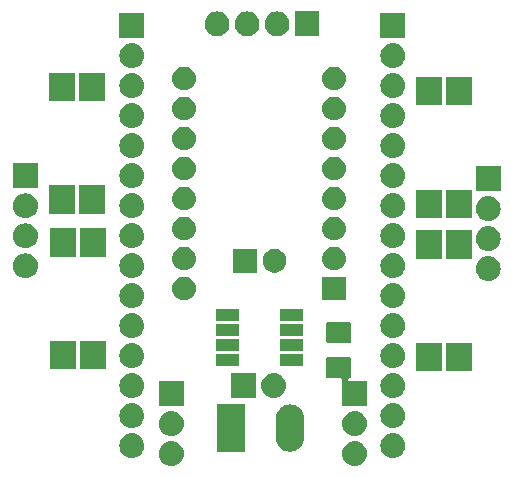
<source format=gbr>
G04 #@! TF.GenerationSoftware,KiCad,Pcbnew,5.0.2-bee76a0~70~ubuntu18.04.1*
G04 #@! TF.CreationDate,2019-01-29T19:41:56+01:00*
G04 #@! TF.ProjectId,ustepper_41_pololu,75737465-7070-4657-925f-34315f706f6c,rev?*
G04 #@! TF.SameCoordinates,Original*
G04 #@! TF.FileFunction,Soldermask,Bot*
G04 #@! TF.FilePolarity,Negative*
%FSLAX46Y46*%
G04 Gerber Fmt 4.6, Leading zero omitted, Abs format (unit mm)*
G04 Created by KiCad (PCBNEW 5.0.2-bee76a0~70~ubuntu18.04.1) date mar 29 ene 2019 19:41:56 CET*
%MOMM*%
%LPD*%
G01*
G04 APERTURE LIST*
%ADD10C,0.100000*%
G04 APERTURE END LIST*
D10*
G36*
X193401947Y-87480055D02*
X193479076Y-87487652D01*
X193611027Y-87527679D01*
X193677003Y-87547692D01*
X193859412Y-87645192D01*
X194019294Y-87776405D01*
X194150507Y-87936287D01*
X194248007Y-88118696D01*
X194248007Y-88118697D01*
X194308047Y-88316623D01*
X194328320Y-88522459D01*
X194308047Y-88728295D01*
X194279753Y-88821567D01*
X194248007Y-88926222D01*
X194150507Y-89108631D01*
X194019294Y-89268513D01*
X193859412Y-89399726D01*
X193677003Y-89497226D01*
X193611027Y-89517239D01*
X193479076Y-89557266D01*
X193401947Y-89564863D01*
X193324820Y-89572459D01*
X193221660Y-89572459D01*
X193144533Y-89564862D01*
X193067404Y-89557266D01*
X192935453Y-89517239D01*
X192869477Y-89497226D01*
X192687068Y-89399726D01*
X192527186Y-89268513D01*
X192395973Y-89108631D01*
X192298473Y-88926222D01*
X192266727Y-88821567D01*
X192238433Y-88728295D01*
X192218160Y-88522459D01*
X192238433Y-88316623D01*
X192298473Y-88118697D01*
X192298473Y-88118696D01*
X192395973Y-87936287D01*
X192527186Y-87776405D01*
X192687068Y-87645192D01*
X192869477Y-87547692D01*
X192935453Y-87527679D01*
X193067404Y-87487652D01*
X193144533Y-87480056D01*
X193221660Y-87472459D01*
X193324820Y-87472459D01*
X193401947Y-87480055D01*
X193401947Y-87480055D01*
G37*
G36*
X177882547Y-87480055D02*
X177959676Y-87487652D01*
X178091627Y-87527679D01*
X178157603Y-87547692D01*
X178340012Y-87645192D01*
X178499894Y-87776405D01*
X178631107Y-87936287D01*
X178728607Y-88118696D01*
X178728607Y-88118697D01*
X178788647Y-88316623D01*
X178808920Y-88522459D01*
X178788647Y-88728295D01*
X178760353Y-88821567D01*
X178728607Y-88926222D01*
X178631107Y-89108631D01*
X178499894Y-89268513D01*
X178340012Y-89399726D01*
X178157603Y-89497226D01*
X178091627Y-89517239D01*
X177959676Y-89557266D01*
X177882547Y-89564863D01*
X177805420Y-89572459D01*
X177702260Y-89572459D01*
X177625133Y-89564862D01*
X177548004Y-89557266D01*
X177416053Y-89517239D01*
X177350077Y-89497226D01*
X177167668Y-89399726D01*
X177007786Y-89268513D01*
X176876573Y-89108631D01*
X176779073Y-88926222D01*
X176747327Y-88821567D01*
X176719033Y-88728295D01*
X176698760Y-88522459D01*
X176719033Y-88316623D01*
X176779073Y-88118697D01*
X176779073Y-88118696D01*
X176876573Y-87936287D01*
X177007786Y-87776405D01*
X177167668Y-87645192D01*
X177350077Y-87547692D01*
X177416053Y-87527679D01*
X177548004Y-87487652D01*
X177625133Y-87480055D01*
X177702260Y-87472459D01*
X177805420Y-87472459D01*
X177882547Y-87480055D01*
X177882547Y-87480055D01*
G37*
G36*
X196637907Y-86804396D02*
X196715036Y-86811993D01*
X196846987Y-86852020D01*
X196912963Y-86872033D01*
X197095372Y-86969533D01*
X197255254Y-87100746D01*
X197386467Y-87260628D01*
X197483967Y-87443037D01*
X197503980Y-87509013D01*
X197544007Y-87640964D01*
X197564280Y-87846800D01*
X197544007Y-88052636D01*
X197514232Y-88150791D01*
X197483967Y-88250563D01*
X197386467Y-88432972D01*
X197255254Y-88592854D01*
X197095372Y-88724067D01*
X196912963Y-88821567D01*
X196846987Y-88841580D01*
X196715036Y-88881607D01*
X196637907Y-88889204D01*
X196560780Y-88896800D01*
X196457620Y-88896800D01*
X196380493Y-88889204D01*
X196303364Y-88881607D01*
X196171413Y-88841580D01*
X196105437Y-88821567D01*
X195923028Y-88724067D01*
X195763146Y-88592854D01*
X195631933Y-88432972D01*
X195534433Y-88250563D01*
X195504168Y-88150791D01*
X195474393Y-88052636D01*
X195454120Y-87846800D01*
X195474393Y-87640964D01*
X195514420Y-87509013D01*
X195534433Y-87443037D01*
X195631933Y-87260628D01*
X195763146Y-87100746D01*
X195923028Y-86969533D01*
X196105437Y-86872033D01*
X196171413Y-86852020D01*
X196303364Y-86811993D01*
X196380493Y-86804397D01*
X196457620Y-86796800D01*
X196560780Y-86796800D01*
X196637907Y-86804396D01*
X196637907Y-86804396D01*
G37*
G36*
X174532287Y-86804396D02*
X174609416Y-86811993D01*
X174741367Y-86852020D01*
X174807343Y-86872033D01*
X174989752Y-86969533D01*
X175149634Y-87100746D01*
X175280847Y-87260628D01*
X175378347Y-87443037D01*
X175398360Y-87509013D01*
X175438387Y-87640964D01*
X175458660Y-87846800D01*
X175438387Y-88052636D01*
X175408612Y-88150791D01*
X175378347Y-88250563D01*
X175280847Y-88432972D01*
X175149634Y-88592854D01*
X174989752Y-88724067D01*
X174807343Y-88821567D01*
X174741367Y-88841580D01*
X174609416Y-88881607D01*
X174532287Y-88889204D01*
X174455160Y-88896800D01*
X174352000Y-88896800D01*
X174274873Y-88889204D01*
X174197744Y-88881607D01*
X174065793Y-88841580D01*
X173999817Y-88821567D01*
X173817408Y-88724067D01*
X173657526Y-88592854D01*
X173526313Y-88432972D01*
X173428813Y-88250563D01*
X173398548Y-88150791D01*
X173368773Y-88052636D01*
X173348500Y-87846800D01*
X173368773Y-87640964D01*
X173408800Y-87509013D01*
X173428813Y-87443037D01*
X173526313Y-87260628D01*
X173657526Y-87100746D01*
X173817408Y-86969533D01*
X173999817Y-86872033D01*
X174065793Y-86852020D01*
X174197744Y-86811993D01*
X174274873Y-86804396D01*
X174352000Y-86796800D01*
X174455160Y-86796800D01*
X174532287Y-86804396D01*
X174532287Y-86804396D01*
G37*
G36*
X188028440Y-84365563D02*
X188254641Y-84434181D01*
X188254643Y-84434182D01*
X188254646Y-84434183D01*
X188463105Y-84545606D01*
X188463108Y-84545608D01*
X188463109Y-84545609D01*
X188645834Y-84695566D01*
X188645835Y-84695568D01*
X188645837Y-84695569D01*
X188795792Y-84878290D01*
X188907217Y-85086753D01*
X188907217Y-85086754D01*
X188907219Y-85086758D01*
X188975837Y-85312959D01*
X188993200Y-85489250D01*
X188993200Y-87207150D01*
X188975837Y-87383441D01*
X188907219Y-87609642D01*
X188907217Y-87609647D01*
X188795792Y-87818110D01*
X188645834Y-88000834D01*
X188463110Y-88150792D01*
X188254647Y-88262217D01*
X188254644Y-88262218D01*
X188254642Y-88262219D01*
X188028441Y-88330837D01*
X187793200Y-88354006D01*
X187557960Y-88330837D01*
X187331759Y-88262219D01*
X187331757Y-88262218D01*
X187331754Y-88262217D01*
X187123291Y-88150792D01*
X186940567Y-88000834D01*
X186790609Y-87818110D01*
X186679181Y-87609642D01*
X186610563Y-87383442D01*
X186593200Y-87207151D01*
X186593200Y-85489250D01*
X186610563Y-85312964D01*
X186610563Y-85312960D01*
X186679181Y-85086759D01*
X186679182Y-85086757D01*
X186679183Y-85086754D01*
X186790606Y-84878295D01*
X186919998Y-84720629D01*
X186940566Y-84695566D01*
X186940568Y-84695565D01*
X186940569Y-84695563D01*
X187123290Y-84545608D01*
X187331753Y-84434183D01*
X187331756Y-84434182D01*
X187331758Y-84434181D01*
X187557959Y-84365563D01*
X187793200Y-84342394D01*
X188028440Y-84365563D01*
X188028440Y-84365563D01*
G37*
G36*
X183993200Y-88348200D02*
X181593200Y-88348200D01*
X181593200Y-84348200D01*
X183993200Y-84348200D01*
X183993200Y-88348200D01*
X183993200Y-88348200D01*
G37*
G36*
X177882547Y-84940056D02*
X177959676Y-84947652D01*
X178091627Y-84987679D01*
X178157603Y-85007692D01*
X178340012Y-85105192D01*
X178499894Y-85236405D01*
X178631107Y-85396287D01*
X178728607Y-85578696D01*
X178728607Y-85578697D01*
X178788647Y-85776623D01*
X178808920Y-85982459D01*
X178788647Y-86188295D01*
X178760353Y-86281567D01*
X178728607Y-86386222D01*
X178631107Y-86568631D01*
X178499894Y-86728513D01*
X178340012Y-86859726D01*
X178157603Y-86957226D01*
X178091627Y-86977239D01*
X177959676Y-87017266D01*
X177882547Y-87024863D01*
X177805420Y-87032459D01*
X177702260Y-87032459D01*
X177625133Y-87024863D01*
X177548004Y-87017266D01*
X177416053Y-86977239D01*
X177350077Y-86957226D01*
X177167668Y-86859726D01*
X177007786Y-86728513D01*
X176876573Y-86568631D01*
X176779073Y-86386222D01*
X176747327Y-86281567D01*
X176719033Y-86188295D01*
X176698760Y-85982459D01*
X176719033Y-85776623D01*
X176779073Y-85578697D01*
X176779073Y-85578696D01*
X176876573Y-85396287D01*
X177007786Y-85236405D01*
X177167668Y-85105192D01*
X177350077Y-85007692D01*
X177416053Y-84987679D01*
X177548004Y-84947652D01*
X177625133Y-84940056D01*
X177702260Y-84932459D01*
X177805420Y-84932459D01*
X177882547Y-84940056D01*
X177882547Y-84940056D01*
G37*
G36*
X193401947Y-84940056D02*
X193479076Y-84947652D01*
X193611027Y-84987679D01*
X193677003Y-85007692D01*
X193859412Y-85105192D01*
X194019294Y-85236405D01*
X194150507Y-85396287D01*
X194248007Y-85578696D01*
X194248007Y-85578697D01*
X194308047Y-85776623D01*
X194328320Y-85982459D01*
X194308047Y-86188295D01*
X194279753Y-86281567D01*
X194248007Y-86386222D01*
X194150507Y-86568631D01*
X194019294Y-86728513D01*
X193859412Y-86859726D01*
X193677003Y-86957226D01*
X193611027Y-86977239D01*
X193479076Y-87017266D01*
X193401947Y-87024863D01*
X193324820Y-87032459D01*
X193221660Y-87032459D01*
X193144533Y-87024863D01*
X193067404Y-87017266D01*
X192935453Y-86977239D01*
X192869477Y-86957226D01*
X192687068Y-86859726D01*
X192527186Y-86728513D01*
X192395973Y-86568631D01*
X192298473Y-86386222D01*
X192266727Y-86281567D01*
X192238433Y-86188295D01*
X192218160Y-85982459D01*
X192238433Y-85776623D01*
X192298473Y-85578697D01*
X192298473Y-85578696D01*
X192395973Y-85396287D01*
X192527186Y-85236405D01*
X192687068Y-85105192D01*
X192869477Y-85007692D01*
X192935453Y-84987679D01*
X193067404Y-84947652D01*
X193144533Y-84940056D01*
X193221660Y-84932459D01*
X193324820Y-84932459D01*
X193401947Y-84940056D01*
X193401947Y-84940056D01*
G37*
G36*
X174532287Y-84264397D02*
X174609416Y-84271993D01*
X174741367Y-84312020D01*
X174807343Y-84332033D01*
X174989752Y-84429533D01*
X175149634Y-84560746D01*
X175280847Y-84720628D01*
X175378347Y-84903037D01*
X175398360Y-84969013D01*
X175438387Y-85100964D01*
X175458660Y-85306800D01*
X175438387Y-85512636D01*
X175398360Y-85644587D01*
X175378347Y-85710563D01*
X175280847Y-85892972D01*
X175149634Y-86052854D01*
X174989752Y-86184067D01*
X174807343Y-86281567D01*
X174741367Y-86301580D01*
X174609416Y-86341607D01*
X174532287Y-86349204D01*
X174455160Y-86356800D01*
X174352000Y-86356800D01*
X174274873Y-86349204D01*
X174197744Y-86341607D01*
X174065793Y-86301580D01*
X173999817Y-86281567D01*
X173817408Y-86184067D01*
X173657526Y-86052854D01*
X173526313Y-85892972D01*
X173428813Y-85710563D01*
X173408800Y-85644587D01*
X173368773Y-85512636D01*
X173348500Y-85306800D01*
X173368773Y-85100964D01*
X173408800Y-84969013D01*
X173428813Y-84903037D01*
X173526313Y-84720628D01*
X173657526Y-84560746D01*
X173817408Y-84429533D01*
X173999817Y-84332033D01*
X174065793Y-84312020D01*
X174197744Y-84271993D01*
X174274873Y-84264397D01*
X174352000Y-84256800D01*
X174455160Y-84256800D01*
X174532287Y-84264397D01*
X174532287Y-84264397D01*
G37*
G36*
X196637907Y-84264397D02*
X196715036Y-84271993D01*
X196846987Y-84312020D01*
X196912963Y-84332033D01*
X197095372Y-84429533D01*
X197255254Y-84560746D01*
X197386467Y-84720628D01*
X197483967Y-84903037D01*
X197503980Y-84969013D01*
X197544007Y-85100964D01*
X197564280Y-85306800D01*
X197544007Y-85512636D01*
X197503980Y-85644587D01*
X197483967Y-85710563D01*
X197386467Y-85892972D01*
X197255254Y-86052854D01*
X197095372Y-86184067D01*
X196912963Y-86281567D01*
X196846987Y-86301580D01*
X196715036Y-86341607D01*
X196637907Y-86349204D01*
X196560780Y-86356800D01*
X196457620Y-86356800D01*
X196380493Y-86349204D01*
X196303364Y-86341607D01*
X196171413Y-86301580D01*
X196105437Y-86281567D01*
X195923028Y-86184067D01*
X195763146Y-86052854D01*
X195631933Y-85892972D01*
X195534433Y-85710563D01*
X195514420Y-85644587D01*
X195474393Y-85512636D01*
X195454120Y-85306800D01*
X195474393Y-85100964D01*
X195514420Y-84969013D01*
X195534433Y-84903037D01*
X195631933Y-84720628D01*
X195763146Y-84560746D01*
X195923028Y-84429533D01*
X196105437Y-84332033D01*
X196171413Y-84312020D01*
X196303364Y-84271993D01*
X196380493Y-84264397D01*
X196457620Y-84256800D01*
X196560780Y-84256800D01*
X196637907Y-84264397D01*
X196637907Y-84264397D01*
G37*
G36*
X178803840Y-84492459D02*
X176703840Y-84492459D01*
X176703840Y-82392459D01*
X178803840Y-82392459D01*
X178803840Y-84492459D01*
X178803840Y-84492459D01*
G37*
G36*
X192806982Y-80332006D02*
X192851704Y-80345573D01*
X192892933Y-80367610D01*
X192929061Y-80397259D01*
X192958710Y-80433387D01*
X192980747Y-80474616D01*
X192994314Y-80519338D01*
X192999500Y-80571995D01*
X192999500Y-81906645D01*
X192994314Y-81959302D01*
X192980747Y-82004024D01*
X192958710Y-82045253D01*
X192929061Y-82081381D01*
X192892933Y-82111030D01*
X192851704Y-82133067D01*
X192802998Y-82147842D01*
X192780359Y-82157219D01*
X192759984Y-82170833D01*
X192742657Y-82188160D01*
X192729044Y-82208535D01*
X192719666Y-82231174D01*
X192714886Y-82255207D01*
X192714886Y-82279712D01*
X192719667Y-82303745D01*
X192729044Y-82326384D01*
X192742658Y-82346759D01*
X192759985Y-82364086D01*
X192780360Y-82377699D01*
X192802999Y-82387077D01*
X192839284Y-82392459D01*
X194323240Y-82392459D01*
X194323240Y-84492459D01*
X192223240Y-84492459D01*
X192223240Y-82276820D01*
X192220838Y-82252434D01*
X192213725Y-82228985D01*
X192202174Y-82207374D01*
X192186628Y-82188432D01*
X192167686Y-82172886D01*
X192146075Y-82161335D01*
X192122626Y-82154222D01*
X192098240Y-82151820D01*
X191094675Y-82151820D01*
X191042018Y-82146634D01*
X190997296Y-82133067D01*
X190956067Y-82111030D01*
X190919939Y-82081381D01*
X190890290Y-82045253D01*
X190868253Y-82004024D01*
X190854686Y-81959302D01*
X190849500Y-81906645D01*
X190849500Y-80571995D01*
X190854686Y-80519338D01*
X190868253Y-80474616D01*
X190890290Y-80433387D01*
X190919939Y-80397259D01*
X190956067Y-80367610D01*
X190997296Y-80345573D01*
X191042018Y-80332006D01*
X191094675Y-80326820D01*
X192754325Y-80326820D01*
X192806982Y-80332006D01*
X192806982Y-80332006D01*
G37*
G36*
X196637907Y-81724396D02*
X196715036Y-81731993D01*
X196846987Y-81772020D01*
X196912963Y-81792033D01*
X197095372Y-81889533D01*
X197255254Y-82020746D01*
X197386467Y-82180628D01*
X197483967Y-82363037D01*
X197491259Y-82387077D01*
X197544007Y-82560964D01*
X197564280Y-82766800D01*
X197544007Y-82972636D01*
X197503980Y-83104587D01*
X197483967Y-83170563D01*
X197386467Y-83352972D01*
X197255254Y-83512854D01*
X197095372Y-83644067D01*
X196912963Y-83741567D01*
X196846987Y-83761580D01*
X196715036Y-83801607D01*
X196637907Y-83809203D01*
X196560780Y-83816800D01*
X196457620Y-83816800D01*
X196380493Y-83809203D01*
X196303364Y-83801607D01*
X196171413Y-83761580D01*
X196105437Y-83741567D01*
X195923028Y-83644067D01*
X195763146Y-83512854D01*
X195631933Y-83352972D01*
X195534433Y-83170563D01*
X195514420Y-83104587D01*
X195474393Y-82972636D01*
X195454120Y-82766800D01*
X195474393Y-82560964D01*
X195527141Y-82387077D01*
X195534433Y-82363037D01*
X195631933Y-82180628D01*
X195763146Y-82020746D01*
X195923028Y-81889533D01*
X196105437Y-81792033D01*
X196171413Y-81772020D01*
X196303364Y-81731993D01*
X196380493Y-81724396D01*
X196457620Y-81716800D01*
X196560780Y-81716800D01*
X196637907Y-81724396D01*
X196637907Y-81724396D01*
G37*
G36*
X174532287Y-81724396D02*
X174609416Y-81731993D01*
X174741367Y-81772020D01*
X174807343Y-81792033D01*
X174989752Y-81889533D01*
X175149634Y-82020746D01*
X175280847Y-82180628D01*
X175378347Y-82363037D01*
X175385639Y-82387077D01*
X175438387Y-82560964D01*
X175458660Y-82766800D01*
X175438387Y-82972636D01*
X175398360Y-83104587D01*
X175378347Y-83170563D01*
X175280847Y-83352972D01*
X175149634Y-83512854D01*
X174989752Y-83644067D01*
X174807343Y-83741567D01*
X174741367Y-83761580D01*
X174609416Y-83801607D01*
X174532287Y-83809203D01*
X174455160Y-83816800D01*
X174352000Y-83816800D01*
X174274873Y-83809203D01*
X174197744Y-83801607D01*
X174065793Y-83761580D01*
X173999817Y-83741567D01*
X173817408Y-83644067D01*
X173657526Y-83512854D01*
X173526313Y-83352972D01*
X173428813Y-83170563D01*
X173408800Y-83104587D01*
X173368773Y-82972636D01*
X173348500Y-82766800D01*
X173368773Y-82560964D01*
X173421521Y-82387077D01*
X173428813Y-82363037D01*
X173526313Y-82180628D01*
X173657526Y-82020746D01*
X173817408Y-81889533D01*
X173999817Y-81792033D01*
X174065793Y-81772020D01*
X174197744Y-81731993D01*
X174274873Y-81724396D01*
X174352000Y-81716800D01*
X174455160Y-81716800D01*
X174532287Y-81724396D01*
X174532287Y-81724396D01*
G37*
G36*
X186543947Y-81719316D02*
X186621076Y-81726913D01*
X186753027Y-81766940D01*
X186819003Y-81786953D01*
X187001412Y-81884453D01*
X187161294Y-82015666D01*
X187292507Y-82175548D01*
X187390007Y-82357957D01*
X187398840Y-82387077D01*
X187450047Y-82555884D01*
X187470320Y-82761720D01*
X187450047Y-82967556D01*
X187410020Y-83099507D01*
X187390007Y-83165483D01*
X187292507Y-83347892D01*
X187161294Y-83507774D01*
X187001412Y-83638987D01*
X186819003Y-83736487D01*
X186753027Y-83756500D01*
X186621076Y-83796527D01*
X186543947Y-83804123D01*
X186466820Y-83811720D01*
X186363660Y-83811720D01*
X186286533Y-83804123D01*
X186209404Y-83796527D01*
X186077453Y-83756500D01*
X186011477Y-83736487D01*
X185829068Y-83638987D01*
X185669186Y-83507774D01*
X185537973Y-83347892D01*
X185440473Y-83165483D01*
X185420460Y-83099507D01*
X185380433Y-82967556D01*
X185360160Y-82761720D01*
X185380433Y-82555884D01*
X185431640Y-82387077D01*
X185440473Y-82357957D01*
X185537973Y-82175548D01*
X185669186Y-82015666D01*
X185829068Y-81884453D01*
X186011477Y-81786953D01*
X186077453Y-81766940D01*
X186209404Y-81726913D01*
X186286533Y-81719316D01*
X186363660Y-81711720D01*
X186466820Y-81711720D01*
X186543947Y-81719316D01*
X186543947Y-81719316D01*
G37*
G36*
X184925240Y-83811720D02*
X182825240Y-83811720D01*
X182825240Y-81711720D01*
X184925240Y-81711720D01*
X184925240Y-83811720D01*
X184925240Y-83811720D01*
G37*
G36*
X203171960Y-81551220D02*
X200991960Y-81551220D01*
X200991960Y-79151220D01*
X203171960Y-79151220D01*
X203171960Y-81551220D01*
X203171960Y-81551220D01*
G37*
G36*
X200631960Y-81551220D02*
X198451960Y-81551220D01*
X198451960Y-79151220D01*
X200631960Y-79151220D01*
X200631960Y-81551220D01*
X200631960Y-81551220D01*
G37*
G36*
X169659200Y-81375960D02*
X167479200Y-81375960D01*
X167479200Y-78975960D01*
X169659200Y-78975960D01*
X169659200Y-81375960D01*
X169659200Y-81375960D01*
G37*
G36*
X172199200Y-81375960D02*
X170019200Y-81375960D01*
X170019200Y-78975960D01*
X172199200Y-78975960D01*
X172199200Y-81375960D01*
X172199200Y-81375960D01*
G37*
G36*
X196637907Y-79184397D02*
X196715036Y-79191993D01*
X196846987Y-79232020D01*
X196912963Y-79252033D01*
X197095372Y-79349533D01*
X197255254Y-79480746D01*
X197386467Y-79640628D01*
X197483967Y-79823037D01*
X197503980Y-79889013D01*
X197544007Y-80020964D01*
X197564280Y-80226800D01*
X197544007Y-80432636D01*
X197503980Y-80564587D01*
X197483967Y-80630563D01*
X197386467Y-80812972D01*
X197255254Y-80972854D01*
X197095372Y-81104067D01*
X196912963Y-81201567D01*
X196846987Y-81221580D01*
X196715036Y-81261607D01*
X196637907Y-81269204D01*
X196560780Y-81276800D01*
X196457620Y-81276800D01*
X196380493Y-81269204D01*
X196303364Y-81261607D01*
X196171413Y-81221580D01*
X196105437Y-81201567D01*
X195923028Y-81104067D01*
X195763146Y-80972854D01*
X195631933Y-80812972D01*
X195534433Y-80630563D01*
X195514420Y-80564587D01*
X195474393Y-80432636D01*
X195454120Y-80226800D01*
X195474393Y-80020964D01*
X195514420Y-79889013D01*
X195534433Y-79823037D01*
X195631933Y-79640628D01*
X195763146Y-79480746D01*
X195923028Y-79349533D01*
X196105437Y-79252033D01*
X196171413Y-79232020D01*
X196303364Y-79191993D01*
X196380493Y-79184397D01*
X196457620Y-79176800D01*
X196560780Y-79176800D01*
X196637907Y-79184397D01*
X196637907Y-79184397D01*
G37*
G36*
X174532287Y-79184397D02*
X174609416Y-79191993D01*
X174741367Y-79232020D01*
X174807343Y-79252033D01*
X174989752Y-79349533D01*
X175149634Y-79480746D01*
X175280847Y-79640628D01*
X175378347Y-79823037D01*
X175398360Y-79889013D01*
X175438387Y-80020964D01*
X175458660Y-80226800D01*
X175438387Y-80432636D01*
X175398360Y-80564587D01*
X175378347Y-80630563D01*
X175280847Y-80812972D01*
X175149634Y-80972854D01*
X174989752Y-81104067D01*
X174807343Y-81201567D01*
X174741367Y-81221580D01*
X174609416Y-81261607D01*
X174532287Y-81269204D01*
X174455160Y-81276800D01*
X174352000Y-81276800D01*
X174274873Y-81269204D01*
X174197744Y-81261607D01*
X174065793Y-81221580D01*
X173999817Y-81201567D01*
X173817408Y-81104067D01*
X173657526Y-80972854D01*
X173526313Y-80812972D01*
X173428813Y-80630563D01*
X173408800Y-80564587D01*
X173368773Y-80432636D01*
X173348500Y-80226800D01*
X173368773Y-80020964D01*
X173408800Y-79889013D01*
X173428813Y-79823037D01*
X173526313Y-79640628D01*
X173657526Y-79480746D01*
X173817408Y-79349533D01*
X173999817Y-79252033D01*
X174065793Y-79232020D01*
X174197744Y-79191993D01*
X174274873Y-79184397D01*
X174352000Y-79176800D01*
X174455160Y-79176800D01*
X174532287Y-79184397D01*
X174532287Y-79184397D01*
G37*
G36*
X188883740Y-81130660D02*
X186933740Y-81130660D01*
X186933740Y-80130660D01*
X188883740Y-80130660D01*
X188883740Y-81130660D01*
X188883740Y-81130660D01*
G37*
G36*
X183483740Y-81130660D02*
X181533740Y-81130660D01*
X181533740Y-80130660D01*
X183483740Y-80130660D01*
X183483740Y-81130660D01*
X183483740Y-81130660D01*
G37*
G36*
X188883740Y-79860660D02*
X186933740Y-79860660D01*
X186933740Y-78860660D01*
X188883740Y-78860660D01*
X188883740Y-79860660D01*
X188883740Y-79860660D01*
G37*
G36*
X183483740Y-79860660D02*
X181533740Y-79860660D01*
X181533740Y-78860660D01*
X183483740Y-78860660D01*
X183483740Y-79860660D01*
X183483740Y-79860660D01*
G37*
G36*
X192806982Y-77357006D02*
X192851704Y-77370573D01*
X192892933Y-77392610D01*
X192929061Y-77422259D01*
X192958710Y-77458387D01*
X192980747Y-77499616D01*
X192994314Y-77544338D01*
X192999500Y-77596995D01*
X192999500Y-78931645D01*
X192994314Y-78984302D01*
X192980747Y-79029024D01*
X192958710Y-79070253D01*
X192929061Y-79106381D01*
X192892933Y-79136030D01*
X192851704Y-79158067D01*
X192806982Y-79171634D01*
X192754325Y-79176820D01*
X191094675Y-79176820D01*
X191042018Y-79171634D01*
X190997296Y-79158067D01*
X190956067Y-79136030D01*
X190919939Y-79106381D01*
X190890290Y-79070253D01*
X190868253Y-79029024D01*
X190854686Y-78984302D01*
X190849500Y-78931645D01*
X190849500Y-77596995D01*
X190854686Y-77544338D01*
X190868253Y-77499616D01*
X190890290Y-77458387D01*
X190919939Y-77422259D01*
X190956067Y-77392610D01*
X190997296Y-77370573D01*
X191042018Y-77357006D01*
X191094675Y-77351820D01*
X192754325Y-77351820D01*
X192806982Y-77357006D01*
X192806982Y-77357006D01*
G37*
G36*
X196637907Y-76644396D02*
X196715036Y-76651993D01*
X196846987Y-76692020D01*
X196912963Y-76712033D01*
X197095372Y-76809533D01*
X197255254Y-76940746D01*
X197386467Y-77100628D01*
X197483967Y-77283037D01*
X197503980Y-77349013D01*
X197544007Y-77480964D01*
X197564280Y-77686800D01*
X197544007Y-77892636D01*
X197503980Y-78024587D01*
X197483967Y-78090563D01*
X197386467Y-78272972D01*
X197255254Y-78432854D01*
X197095372Y-78564067D01*
X196912963Y-78661567D01*
X196846987Y-78681580D01*
X196715036Y-78721607D01*
X196637907Y-78729203D01*
X196560780Y-78736800D01*
X196457620Y-78736800D01*
X196380493Y-78729203D01*
X196303364Y-78721607D01*
X196171413Y-78681580D01*
X196105437Y-78661567D01*
X195923028Y-78564067D01*
X195763146Y-78432854D01*
X195631933Y-78272972D01*
X195534433Y-78090563D01*
X195514420Y-78024587D01*
X195474393Y-77892636D01*
X195454120Y-77686800D01*
X195474393Y-77480964D01*
X195514420Y-77349013D01*
X195534433Y-77283037D01*
X195631933Y-77100628D01*
X195763146Y-76940746D01*
X195923028Y-76809533D01*
X196105437Y-76712033D01*
X196171413Y-76692020D01*
X196303364Y-76651993D01*
X196380493Y-76644396D01*
X196457620Y-76636800D01*
X196560780Y-76636800D01*
X196637907Y-76644396D01*
X196637907Y-76644396D01*
G37*
G36*
X174532287Y-76644396D02*
X174609416Y-76651993D01*
X174741367Y-76692020D01*
X174807343Y-76712033D01*
X174989752Y-76809533D01*
X175149634Y-76940746D01*
X175280847Y-77100628D01*
X175378347Y-77283037D01*
X175398360Y-77349013D01*
X175438387Y-77480964D01*
X175458660Y-77686800D01*
X175438387Y-77892636D01*
X175398360Y-78024587D01*
X175378347Y-78090563D01*
X175280847Y-78272972D01*
X175149634Y-78432854D01*
X174989752Y-78564067D01*
X174807343Y-78661567D01*
X174741367Y-78681580D01*
X174609416Y-78721607D01*
X174532287Y-78729203D01*
X174455160Y-78736800D01*
X174352000Y-78736800D01*
X174274873Y-78729203D01*
X174197744Y-78721607D01*
X174065793Y-78681580D01*
X173999817Y-78661567D01*
X173817408Y-78564067D01*
X173657526Y-78432854D01*
X173526313Y-78272972D01*
X173428813Y-78090563D01*
X173408800Y-78024587D01*
X173368773Y-77892636D01*
X173348500Y-77686800D01*
X173368773Y-77480964D01*
X173408800Y-77349013D01*
X173428813Y-77283037D01*
X173526313Y-77100628D01*
X173657526Y-76940746D01*
X173817408Y-76809533D01*
X173999817Y-76712033D01*
X174065793Y-76692020D01*
X174197744Y-76651993D01*
X174274873Y-76644396D01*
X174352000Y-76636800D01*
X174455160Y-76636800D01*
X174532287Y-76644396D01*
X174532287Y-76644396D01*
G37*
G36*
X188883740Y-78590660D02*
X186933740Y-78590660D01*
X186933740Y-77590660D01*
X188883740Y-77590660D01*
X188883740Y-78590660D01*
X188883740Y-78590660D01*
G37*
G36*
X183483740Y-78590660D02*
X181533740Y-78590660D01*
X181533740Y-77590660D01*
X183483740Y-77590660D01*
X183483740Y-78590660D01*
X183483740Y-78590660D01*
G37*
G36*
X183483740Y-77320660D02*
X181533740Y-77320660D01*
X181533740Y-76320660D01*
X183483740Y-76320660D01*
X183483740Y-77320660D01*
X183483740Y-77320660D01*
G37*
G36*
X188883740Y-77320660D02*
X186933740Y-77320660D01*
X186933740Y-76320660D01*
X188883740Y-76320660D01*
X188883740Y-77320660D01*
X188883740Y-77320660D01*
G37*
G36*
X174532287Y-74104397D02*
X174609416Y-74111993D01*
X174741367Y-74152020D01*
X174807343Y-74172033D01*
X174989752Y-74269533D01*
X175149634Y-74400746D01*
X175280847Y-74560628D01*
X175378347Y-74743037D01*
X175378347Y-74743038D01*
X175438387Y-74940964D01*
X175458660Y-75146800D01*
X175438387Y-75352636D01*
X175432303Y-75372691D01*
X175378347Y-75550563D01*
X175280847Y-75732972D01*
X175149634Y-75892854D01*
X174989752Y-76024067D01*
X174807343Y-76121567D01*
X174741367Y-76141580D01*
X174609416Y-76181607D01*
X174532287Y-76189204D01*
X174455160Y-76196800D01*
X174352000Y-76196800D01*
X174274873Y-76189204D01*
X174197744Y-76181607D01*
X174065793Y-76141580D01*
X173999817Y-76121567D01*
X173817408Y-76024067D01*
X173657526Y-75892854D01*
X173526313Y-75732972D01*
X173428813Y-75550563D01*
X173374857Y-75372691D01*
X173368773Y-75352636D01*
X173348500Y-75146800D01*
X173368773Y-74940964D01*
X173428813Y-74743038D01*
X173428813Y-74743037D01*
X173526313Y-74560628D01*
X173657526Y-74400746D01*
X173817408Y-74269533D01*
X173999817Y-74172033D01*
X174065793Y-74152020D01*
X174197744Y-74111993D01*
X174274873Y-74104397D01*
X174352000Y-74096800D01*
X174455160Y-74096800D01*
X174532287Y-74104397D01*
X174532287Y-74104397D01*
G37*
G36*
X196637907Y-74104397D02*
X196715036Y-74111993D01*
X196846987Y-74152020D01*
X196912963Y-74172033D01*
X197095372Y-74269533D01*
X197255254Y-74400746D01*
X197386467Y-74560628D01*
X197483967Y-74743037D01*
X197483967Y-74743038D01*
X197544007Y-74940964D01*
X197564280Y-75146800D01*
X197544007Y-75352636D01*
X197537923Y-75372691D01*
X197483967Y-75550563D01*
X197386467Y-75732972D01*
X197255254Y-75892854D01*
X197095372Y-76024067D01*
X196912963Y-76121567D01*
X196846987Y-76141580D01*
X196715036Y-76181607D01*
X196637907Y-76189204D01*
X196560780Y-76196800D01*
X196457620Y-76196800D01*
X196380493Y-76189204D01*
X196303364Y-76181607D01*
X196171413Y-76141580D01*
X196105437Y-76121567D01*
X195923028Y-76024067D01*
X195763146Y-75892854D01*
X195631933Y-75732972D01*
X195534433Y-75550563D01*
X195480477Y-75372691D01*
X195474393Y-75352636D01*
X195454120Y-75146800D01*
X195474393Y-74940964D01*
X195534433Y-74743038D01*
X195534433Y-74743037D01*
X195631933Y-74560628D01*
X195763146Y-74400746D01*
X195923028Y-74269533D01*
X196105437Y-74172033D01*
X196171413Y-74152020D01*
X196303364Y-74111993D01*
X196380493Y-74104397D01*
X196457620Y-74096800D01*
X196560780Y-74096800D01*
X196637907Y-74104397D01*
X196637907Y-74104397D01*
G37*
G36*
X179026830Y-73551669D02*
X179026833Y-73551670D01*
X179026834Y-73551670D01*
X179215335Y-73608851D01*
X179215337Y-73608852D01*
X179389060Y-73701709D01*
X179541328Y-73826672D01*
X179666291Y-73978940D01*
X179759148Y-74152663D01*
X179816331Y-74341170D01*
X179835638Y-74537200D01*
X179816331Y-74733230D01*
X179759148Y-74921737D01*
X179666291Y-75095460D01*
X179541328Y-75247728D01*
X179389060Y-75372691D01*
X179389058Y-75372692D01*
X179215335Y-75465549D01*
X179026834Y-75522730D01*
X179026833Y-75522730D01*
X179026830Y-75522731D01*
X178879924Y-75537200D01*
X178781676Y-75537200D01*
X178634770Y-75522731D01*
X178634767Y-75522730D01*
X178634766Y-75522730D01*
X178446265Y-75465549D01*
X178272542Y-75372692D01*
X178272540Y-75372691D01*
X178120272Y-75247728D01*
X177995309Y-75095460D01*
X177902452Y-74921737D01*
X177845269Y-74733230D01*
X177825962Y-74537200D01*
X177845269Y-74341170D01*
X177902452Y-74152663D01*
X177995309Y-73978940D01*
X178120272Y-73826672D01*
X178272540Y-73701709D01*
X178446263Y-73608852D01*
X178446265Y-73608851D01*
X178634766Y-73551670D01*
X178634767Y-73551670D01*
X178634770Y-73551669D01*
X178781676Y-73537200D01*
X178879924Y-73537200D01*
X179026830Y-73551669D01*
X179026830Y-73551669D01*
G37*
G36*
X192530800Y-75537200D02*
X190530800Y-75537200D01*
X190530800Y-73537200D01*
X192530800Y-73537200D01*
X192530800Y-75537200D01*
X192530800Y-75537200D01*
G37*
G36*
X204712567Y-71813317D02*
X204789696Y-71820913D01*
X204921008Y-71860746D01*
X204987623Y-71880953D01*
X205170032Y-71978453D01*
X205329914Y-72109666D01*
X205461127Y-72269548D01*
X205558627Y-72451957D01*
X205558627Y-72451958D01*
X205618667Y-72649884D01*
X205638940Y-72855720D01*
X205618667Y-73061556D01*
X205590518Y-73154351D01*
X205558627Y-73259483D01*
X205461127Y-73441892D01*
X205329914Y-73601774D01*
X205170032Y-73732987D01*
X204987623Y-73830487D01*
X204921647Y-73850500D01*
X204789696Y-73890527D01*
X204712567Y-73898124D01*
X204635440Y-73905720D01*
X204532280Y-73905720D01*
X204455153Y-73898124D01*
X204378024Y-73890527D01*
X204246073Y-73850500D01*
X204180097Y-73830487D01*
X203997688Y-73732987D01*
X203837806Y-73601774D01*
X203706593Y-73441892D01*
X203609093Y-73259483D01*
X203577202Y-73154351D01*
X203549053Y-73061556D01*
X203528780Y-72855720D01*
X203549053Y-72649884D01*
X203609093Y-72451958D01*
X203609093Y-72451957D01*
X203706593Y-72269548D01*
X203837806Y-72109666D01*
X203997688Y-71978453D01*
X204180097Y-71880953D01*
X204246712Y-71860746D01*
X204378024Y-71820913D01*
X204455153Y-71813317D01*
X204532280Y-71805720D01*
X204635440Y-71805720D01*
X204712567Y-71813317D01*
X204712567Y-71813317D01*
G37*
G36*
X165520367Y-71577096D02*
X165597496Y-71584693D01*
X165729447Y-71624720D01*
X165795423Y-71644733D01*
X165977832Y-71742233D01*
X166137714Y-71873446D01*
X166268927Y-72033328D01*
X166366427Y-72215737D01*
X166366427Y-72215738D01*
X166426467Y-72413664D01*
X166446740Y-72619500D01*
X166426467Y-72825336D01*
X166417250Y-72855720D01*
X166366427Y-73023263D01*
X166268927Y-73205672D01*
X166137714Y-73365554D01*
X165977832Y-73496767D01*
X165795423Y-73594267D01*
X165770675Y-73601774D01*
X165597496Y-73654307D01*
X165520367Y-73661903D01*
X165443240Y-73669500D01*
X165340080Y-73669500D01*
X165262953Y-73661903D01*
X165185824Y-73654307D01*
X165012645Y-73601774D01*
X164987897Y-73594267D01*
X164805488Y-73496767D01*
X164645606Y-73365554D01*
X164514393Y-73205672D01*
X164416893Y-73023263D01*
X164366070Y-72855720D01*
X164356853Y-72825336D01*
X164336580Y-72619500D01*
X164356853Y-72413664D01*
X164416893Y-72215738D01*
X164416893Y-72215737D01*
X164514393Y-72033328D01*
X164645606Y-71873446D01*
X164805488Y-71742233D01*
X164987897Y-71644733D01*
X165053873Y-71624720D01*
X165185824Y-71584693D01*
X165262953Y-71577096D01*
X165340080Y-71569500D01*
X165443240Y-71569500D01*
X165520367Y-71577096D01*
X165520367Y-71577096D01*
G37*
G36*
X174532287Y-71564396D02*
X174609416Y-71571993D01*
X174741367Y-71612020D01*
X174807343Y-71632033D01*
X174989752Y-71729533D01*
X175149634Y-71860746D01*
X175280847Y-72020628D01*
X175378347Y-72203037D01*
X175398360Y-72269013D01*
X175438387Y-72400964D01*
X175458660Y-72606800D01*
X175438387Y-72812636D01*
X175404136Y-72925548D01*
X175378347Y-73010563D01*
X175280847Y-73192972D01*
X175149634Y-73352854D01*
X174989752Y-73484067D01*
X174807343Y-73581567D01*
X174765476Y-73594267D01*
X174609416Y-73641607D01*
X174532287Y-73649203D01*
X174455160Y-73656800D01*
X174352000Y-73656800D01*
X174274873Y-73649203D01*
X174197744Y-73641607D01*
X174041684Y-73594267D01*
X173999817Y-73581567D01*
X173817408Y-73484067D01*
X173657526Y-73352854D01*
X173526313Y-73192972D01*
X173428813Y-73010563D01*
X173403024Y-72925548D01*
X173368773Y-72812636D01*
X173348500Y-72606800D01*
X173368773Y-72400964D01*
X173408800Y-72269013D01*
X173428813Y-72203037D01*
X173526313Y-72020628D01*
X173657526Y-71860746D01*
X173817408Y-71729533D01*
X173999817Y-71632033D01*
X174065793Y-71612020D01*
X174197744Y-71571993D01*
X174274873Y-71564396D01*
X174352000Y-71556800D01*
X174455160Y-71556800D01*
X174532287Y-71564396D01*
X174532287Y-71564396D01*
G37*
G36*
X196637907Y-71564396D02*
X196715036Y-71571993D01*
X196846987Y-71612020D01*
X196912963Y-71632033D01*
X197095372Y-71729533D01*
X197255254Y-71860746D01*
X197386467Y-72020628D01*
X197483967Y-72203037D01*
X197503980Y-72269013D01*
X197544007Y-72400964D01*
X197564280Y-72606800D01*
X197544007Y-72812636D01*
X197509756Y-72925548D01*
X197483967Y-73010563D01*
X197386467Y-73192972D01*
X197255254Y-73352854D01*
X197095372Y-73484067D01*
X196912963Y-73581567D01*
X196871096Y-73594267D01*
X196715036Y-73641607D01*
X196637907Y-73649203D01*
X196560780Y-73656800D01*
X196457620Y-73656800D01*
X196380493Y-73649203D01*
X196303364Y-73641607D01*
X196147304Y-73594267D01*
X196105437Y-73581567D01*
X195923028Y-73484067D01*
X195763146Y-73352854D01*
X195631933Y-73192972D01*
X195534433Y-73010563D01*
X195508644Y-72925548D01*
X195474393Y-72812636D01*
X195454120Y-72606800D01*
X195474393Y-72400964D01*
X195514420Y-72269013D01*
X195534433Y-72203037D01*
X195631933Y-72020628D01*
X195763146Y-71860746D01*
X195923028Y-71729533D01*
X196105437Y-71632033D01*
X196171413Y-71612020D01*
X196303364Y-71571993D01*
X196380493Y-71564396D01*
X196457620Y-71556800D01*
X196560780Y-71556800D01*
X196637907Y-71564396D01*
X196637907Y-71564396D01*
G37*
G36*
X184987000Y-73192780D02*
X182987000Y-73192780D01*
X182987000Y-71192780D01*
X184987000Y-71192780D01*
X184987000Y-73192780D01*
X184987000Y-73192780D01*
G37*
G36*
X186662770Y-71208152D02*
X186778689Y-71231209D01*
X186960678Y-71306591D01*
X187124463Y-71416029D01*
X187263751Y-71555317D01*
X187373189Y-71719102D01*
X187448571Y-71901091D01*
X187463959Y-71978453D01*
X187474875Y-72033329D01*
X187487000Y-72094289D01*
X187487000Y-72291271D01*
X187448571Y-72484469D01*
X187373189Y-72666458D01*
X187263751Y-72830243D01*
X187124463Y-72969531D01*
X186960678Y-73078969D01*
X186778689Y-73154351D01*
X186662770Y-73177408D01*
X186585493Y-73192780D01*
X186388507Y-73192780D01*
X186311230Y-73177408D01*
X186195311Y-73154351D01*
X186013322Y-73078969D01*
X185849537Y-72969531D01*
X185710249Y-72830243D01*
X185600811Y-72666458D01*
X185525429Y-72484469D01*
X185487000Y-72291271D01*
X185487000Y-72094289D01*
X185499126Y-72033329D01*
X185510041Y-71978453D01*
X185525429Y-71901091D01*
X185600811Y-71719102D01*
X185710249Y-71555317D01*
X185849537Y-71416029D01*
X186013322Y-71306591D01*
X186195311Y-71231209D01*
X186311230Y-71208152D01*
X186388507Y-71192780D01*
X186585493Y-71192780D01*
X186662770Y-71208152D01*
X186662770Y-71208152D01*
G37*
G36*
X191726830Y-71011669D02*
X191726833Y-71011670D01*
X191726834Y-71011670D01*
X191915335Y-71068851D01*
X191915337Y-71068852D01*
X192089060Y-71161709D01*
X192241328Y-71286672D01*
X192366291Y-71438940D01*
X192436077Y-71569500D01*
X192459149Y-71612665D01*
X192491436Y-71719102D01*
X192516331Y-71801170D01*
X192535638Y-71997200D01*
X192516331Y-72193230D01*
X192516330Y-72193233D01*
X192516330Y-72193234D01*
X192509504Y-72215738D01*
X192459148Y-72381737D01*
X192366291Y-72555460D01*
X192241328Y-72707728D01*
X192089060Y-72832691D01*
X192089058Y-72832692D01*
X191915335Y-72925549D01*
X191726834Y-72982730D01*
X191726833Y-72982730D01*
X191726830Y-72982731D01*
X191579924Y-72997200D01*
X191481676Y-72997200D01*
X191334770Y-72982731D01*
X191334767Y-72982730D01*
X191334766Y-72982730D01*
X191146265Y-72925549D01*
X190972542Y-72832692D01*
X190972540Y-72832691D01*
X190820272Y-72707728D01*
X190695309Y-72555460D01*
X190602452Y-72381737D01*
X190552097Y-72215738D01*
X190545270Y-72193234D01*
X190545270Y-72193233D01*
X190545269Y-72193230D01*
X190525962Y-71997200D01*
X190545269Y-71801170D01*
X190570164Y-71719102D01*
X190602451Y-71612665D01*
X190625523Y-71569500D01*
X190695309Y-71438940D01*
X190820272Y-71286672D01*
X190972540Y-71161709D01*
X191146263Y-71068852D01*
X191146265Y-71068851D01*
X191334766Y-71011670D01*
X191334767Y-71011670D01*
X191334770Y-71011669D01*
X191481676Y-70997200D01*
X191579924Y-70997200D01*
X191726830Y-71011669D01*
X191726830Y-71011669D01*
G37*
G36*
X179026830Y-71011669D02*
X179026833Y-71011670D01*
X179026834Y-71011670D01*
X179215335Y-71068851D01*
X179215337Y-71068852D01*
X179389060Y-71161709D01*
X179541328Y-71286672D01*
X179666291Y-71438940D01*
X179736077Y-71569500D01*
X179759149Y-71612665D01*
X179791436Y-71719102D01*
X179816331Y-71801170D01*
X179835638Y-71997200D01*
X179816331Y-72193230D01*
X179816330Y-72193233D01*
X179816330Y-72193234D01*
X179809504Y-72215738D01*
X179759148Y-72381737D01*
X179666291Y-72555460D01*
X179541328Y-72707728D01*
X179389060Y-72832691D01*
X179389058Y-72832692D01*
X179215335Y-72925549D01*
X179026834Y-72982730D01*
X179026833Y-72982730D01*
X179026830Y-72982731D01*
X178879924Y-72997200D01*
X178781676Y-72997200D01*
X178634770Y-72982731D01*
X178634767Y-72982730D01*
X178634766Y-72982730D01*
X178446265Y-72925549D01*
X178272542Y-72832692D01*
X178272540Y-72832691D01*
X178120272Y-72707728D01*
X177995309Y-72555460D01*
X177902452Y-72381737D01*
X177852097Y-72215738D01*
X177845270Y-72193234D01*
X177845270Y-72193233D01*
X177845269Y-72193230D01*
X177825962Y-71997200D01*
X177845269Y-71801170D01*
X177870164Y-71719102D01*
X177902451Y-71612665D01*
X177925523Y-71569500D01*
X177995309Y-71438940D01*
X178120272Y-71286672D01*
X178272540Y-71161709D01*
X178446263Y-71068852D01*
X178446265Y-71068851D01*
X178634766Y-71011670D01*
X178634767Y-71011670D01*
X178634770Y-71011669D01*
X178781676Y-70997200D01*
X178879924Y-70997200D01*
X179026830Y-71011669D01*
X179026830Y-71011669D01*
G37*
G36*
X203171960Y-72021220D02*
X200991960Y-72021220D01*
X200991960Y-69621220D01*
X203171960Y-69621220D01*
X203171960Y-72021220D01*
X203171960Y-72021220D01*
G37*
G36*
X200631960Y-72021220D02*
X198451960Y-72021220D01*
X198451960Y-69621220D01*
X200631960Y-69621220D01*
X200631960Y-72021220D01*
X200631960Y-72021220D01*
G37*
G36*
X169659200Y-71845960D02*
X167479200Y-71845960D01*
X167479200Y-69445960D01*
X169659200Y-69445960D01*
X169659200Y-71845960D01*
X169659200Y-71845960D01*
G37*
G36*
X172199200Y-71845960D02*
X170019200Y-71845960D01*
X170019200Y-69445960D01*
X172199200Y-69445960D01*
X172199200Y-71845960D01*
X172199200Y-71845960D01*
G37*
G36*
X204712567Y-69273317D02*
X204789696Y-69280913D01*
X204921008Y-69320746D01*
X204987623Y-69340953D01*
X205170032Y-69438453D01*
X205329914Y-69569666D01*
X205461127Y-69729548D01*
X205558627Y-69911957D01*
X205558627Y-69911958D01*
X205618667Y-70109884D01*
X205638940Y-70315720D01*
X205618667Y-70521556D01*
X205578803Y-70652971D01*
X205558627Y-70719483D01*
X205461127Y-70901892D01*
X205329914Y-71061774D01*
X205170032Y-71192987D01*
X204987623Y-71290487D01*
X204934534Y-71306591D01*
X204789696Y-71350527D01*
X204712567Y-71358123D01*
X204635440Y-71365720D01*
X204532280Y-71365720D01*
X204455153Y-71358123D01*
X204378024Y-71350527D01*
X204233186Y-71306591D01*
X204180097Y-71290487D01*
X203997688Y-71192987D01*
X203837806Y-71061774D01*
X203706593Y-70901892D01*
X203609093Y-70719483D01*
X203588917Y-70652971D01*
X203549053Y-70521556D01*
X203528780Y-70315720D01*
X203549053Y-70109884D01*
X203609093Y-69911958D01*
X203609093Y-69911957D01*
X203706593Y-69729548D01*
X203837806Y-69569666D01*
X203997688Y-69438453D01*
X204180097Y-69340953D01*
X204246712Y-69320746D01*
X204378024Y-69280913D01*
X204455153Y-69273317D01*
X204532280Y-69265720D01*
X204635440Y-69265720D01*
X204712567Y-69273317D01*
X204712567Y-69273317D01*
G37*
G36*
X165520367Y-69037097D02*
X165597496Y-69044693D01*
X165729447Y-69084720D01*
X165795423Y-69104733D01*
X165977832Y-69202233D01*
X166137714Y-69333446D01*
X166268927Y-69493328D01*
X166366427Y-69675737D01*
X166366427Y-69675738D01*
X166426467Y-69873664D01*
X166446740Y-70079500D01*
X166426467Y-70285336D01*
X166417250Y-70315720D01*
X166366427Y-70483263D01*
X166268927Y-70665672D01*
X166137714Y-70825554D01*
X165977832Y-70956767D01*
X165795423Y-71054267D01*
X165770675Y-71061774D01*
X165597496Y-71114307D01*
X165520367Y-71121904D01*
X165443240Y-71129500D01*
X165340080Y-71129500D01*
X165262953Y-71121904D01*
X165185824Y-71114307D01*
X165012645Y-71061774D01*
X164987897Y-71054267D01*
X164805488Y-70956767D01*
X164645606Y-70825554D01*
X164514393Y-70665672D01*
X164416893Y-70483263D01*
X164366070Y-70315720D01*
X164356853Y-70285336D01*
X164336580Y-70079500D01*
X164356853Y-69873664D01*
X164416893Y-69675738D01*
X164416893Y-69675737D01*
X164514393Y-69493328D01*
X164645606Y-69333446D01*
X164805488Y-69202233D01*
X164987897Y-69104733D01*
X165053873Y-69084720D01*
X165185824Y-69044693D01*
X165262953Y-69037097D01*
X165340080Y-69029500D01*
X165443240Y-69029500D01*
X165520367Y-69037097D01*
X165520367Y-69037097D01*
G37*
G36*
X196637907Y-69024397D02*
X196715036Y-69031993D01*
X196846987Y-69072020D01*
X196912963Y-69092033D01*
X197095372Y-69189533D01*
X197255254Y-69320746D01*
X197386467Y-69480628D01*
X197483967Y-69663037D01*
X197503980Y-69729013D01*
X197544007Y-69860964D01*
X197564280Y-70066800D01*
X197544007Y-70272636D01*
X197509756Y-70385548D01*
X197483967Y-70470563D01*
X197386467Y-70652972D01*
X197255254Y-70812854D01*
X197095372Y-70944067D01*
X196912963Y-71041567D01*
X196871096Y-71054267D01*
X196715036Y-71101607D01*
X196637907Y-71109204D01*
X196560780Y-71116800D01*
X196457620Y-71116800D01*
X196380493Y-71109204D01*
X196303364Y-71101607D01*
X196147304Y-71054267D01*
X196105437Y-71041567D01*
X195923028Y-70944067D01*
X195763146Y-70812854D01*
X195631933Y-70652972D01*
X195534433Y-70470563D01*
X195508644Y-70385548D01*
X195474393Y-70272636D01*
X195454120Y-70066800D01*
X195474393Y-69860964D01*
X195514420Y-69729013D01*
X195534433Y-69663037D01*
X195631933Y-69480628D01*
X195763146Y-69320746D01*
X195923028Y-69189533D01*
X196105437Y-69092033D01*
X196171413Y-69072020D01*
X196303364Y-69031993D01*
X196380493Y-69024397D01*
X196457620Y-69016800D01*
X196560780Y-69016800D01*
X196637907Y-69024397D01*
X196637907Y-69024397D01*
G37*
G36*
X174532287Y-69024397D02*
X174609416Y-69031993D01*
X174741367Y-69072020D01*
X174807343Y-69092033D01*
X174989752Y-69189533D01*
X175149634Y-69320746D01*
X175280847Y-69480628D01*
X175378347Y-69663037D01*
X175398360Y-69729013D01*
X175438387Y-69860964D01*
X175458660Y-70066800D01*
X175438387Y-70272636D01*
X175404136Y-70385548D01*
X175378347Y-70470563D01*
X175280847Y-70652972D01*
X175149634Y-70812854D01*
X174989752Y-70944067D01*
X174807343Y-71041567D01*
X174765476Y-71054267D01*
X174609416Y-71101607D01*
X174532287Y-71109204D01*
X174455160Y-71116800D01*
X174352000Y-71116800D01*
X174274873Y-71109204D01*
X174197744Y-71101607D01*
X174041684Y-71054267D01*
X173999817Y-71041567D01*
X173817408Y-70944067D01*
X173657526Y-70812854D01*
X173526313Y-70652972D01*
X173428813Y-70470563D01*
X173403024Y-70385548D01*
X173368773Y-70272636D01*
X173348500Y-70066800D01*
X173368773Y-69860964D01*
X173408800Y-69729013D01*
X173428813Y-69663037D01*
X173526313Y-69480628D01*
X173657526Y-69320746D01*
X173817408Y-69189533D01*
X173999817Y-69092033D01*
X174065793Y-69072020D01*
X174197744Y-69031993D01*
X174274873Y-69024397D01*
X174352000Y-69016800D01*
X174455160Y-69016800D01*
X174532287Y-69024397D01*
X174532287Y-69024397D01*
G37*
G36*
X191726830Y-68471669D02*
X191726833Y-68471670D01*
X191726834Y-68471670D01*
X191915335Y-68528851D01*
X191915337Y-68528852D01*
X192089060Y-68621709D01*
X192241328Y-68746672D01*
X192366291Y-68898940D01*
X192436077Y-69029500D01*
X192459149Y-69072665D01*
X192494600Y-69189533D01*
X192516331Y-69261170D01*
X192535638Y-69457200D01*
X192516331Y-69653230D01*
X192516330Y-69653233D01*
X192516330Y-69653234D01*
X192509504Y-69675738D01*
X192459148Y-69841737D01*
X192366291Y-70015460D01*
X192241328Y-70167728D01*
X192089060Y-70292691D01*
X192089058Y-70292692D01*
X191915335Y-70385549D01*
X191726834Y-70442730D01*
X191726833Y-70442730D01*
X191726830Y-70442731D01*
X191579924Y-70457200D01*
X191481676Y-70457200D01*
X191334770Y-70442731D01*
X191334767Y-70442730D01*
X191334766Y-70442730D01*
X191146265Y-70385549D01*
X190972542Y-70292692D01*
X190972540Y-70292691D01*
X190820272Y-70167728D01*
X190695309Y-70015460D01*
X190602452Y-69841737D01*
X190552097Y-69675738D01*
X190545270Y-69653234D01*
X190545270Y-69653233D01*
X190545269Y-69653230D01*
X190525962Y-69457200D01*
X190545269Y-69261170D01*
X190567000Y-69189533D01*
X190602451Y-69072665D01*
X190625523Y-69029500D01*
X190695309Y-68898940D01*
X190820272Y-68746672D01*
X190972540Y-68621709D01*
X191146263Y-68528852D01*
X191146265Y-68528851D01*
X191334766Y-68471670D01*
X191334767Y-68471670D01*
X191334770Y-68471669D01*
X191481676Y-68457200D01*
X191579924Y-68457200D01*
X191726830Y-68471669D01*
X191726830Y-68471669D01*
G37*
G36*
X179026830Y-68471669D02*
X179026833Y-68471670D01*
X179026834Y-68471670D01*
X179215335Y-68528851D01*
X179215337Y-68528852D01*
X179389060Y-68621709D01*
X179541328Y-68746672D01*
X179666291Y-68898940D01*
X179736077Y-69029500D01*
X179759149Y-69072665D01*
X179794600Y-69189533D01*
X179816331Y-69261170D01*
X179835638Y-69457200D01*
X179816331Y-69653230D01*
X179816330Y-69653233D01*
X179816330Y-69653234D01*
X179809504Y-69675738D01*
X179759148Y-69841737D01*
X179666291Y-70015460D01*
X179541328Y-70167728D01*
X179389060Y-70292691D01*
X179389058Y-70292692D01*
X179215335Y-70385549D01*
X179026834Y-70442730D01*
X179026833Y-70442730D01*
X179026830Y-70442731D01*
X178879924Y-70457200D01*
X178781676Y-70457200D01*
X178634770Y-70442731D01*
X178634767Y-70442730D01*
X178634766Y-70442730D01*
X178446265Y-70385549D01*
X178272542Y-70292692D01*
X178272540Y-70292691D01*
X178120272Y-70167728D01*
X177995309Y-70015460D01*
X177902452Y-69841737D01*
X177852097Y-69675738D01*
X177845270Y-69653234D01*
X177845270Y-69653233D01*
X177845269Y-69653230D01*
X177825962Y-69457200D01*
X177845269Y-69261170D01*
X177867000Y-69189533D01*
X177902451Y-69072665D01*
X177925523Y-69029500D01*
X177995309Y-68898940D01*
X178120272Y-68746672D01*
X178272540Y-68621709D01*
X178446263Y-68528852D01*
X178446265Y-68528851D01*
X178634766Y-68471670D01*
X178634767Y-68471670D01*
X178634770Y-68471669D01*
X178781676Y-68457200D01*
X178879924Y-68457200D01*
X179026830Y-68471669D01*
X179026830Y-68471669D01*
G37*
G36*
X204712567Y-66733317D02*
X204789696Y-66740913D01*
X204921008Y-66780746D01*
X204987623Y-66800953D01*
X205170032Y-66898453D01*
X205329914Y-67029666D01*
X205461127Y-67189548D01*
X205558627Y-67371957D01*
X205558627Y-67371958D01*
X205618667Y-67569884D01*
X205638940Y-67775720D01*
X205618667Y-67981556D01*
X205578803Y-68112971D01*
X205558627Y-68179483D01*
X205461127Y-68361892D01*
X205329914Y-68521774D01*
X205170032Y-68652987D01*
X204987623Y-68750487D01*
X204921647Y-68770500D01*
X204789696Y-68810527D01*
X204712567Y-68818124D01*
X204635440Y-68825720D01*
X204532280Y-68825720D01*
X204455153Y-68818124D01*
X204378024Y-68810527D01*
X204246073Y-68770500D01*
X204180097Y-68750487D01*
X203997688Y-68652987D01*
X203837806Y-68521774D01*
X203706593Y-68361892D01*
X203609093Y-68179483D01*
X203588917Y-68112971D01*
X203549053Y-67981556D01*
X203528780Y-67775720D01*
X203549053Y-67569884D01*
X203609093Y-67371958D01*
X203609093Y-67371957D01*
X203706593Y-67189548D01*
X203837806Y-67029666D01*
X203997688Y-66898453D01*
X204180097Y-66800953D01*
X204246712Y-66780746D01*
X204378024Y-66740913D01*
X204455153Y-66733317D01*
X204532280Y-66725720D01*
X204635440Y-66725720D01*
X204712567Y-66733317D01*
X204712567Y-66733317D01*
G37*
G36*
X165520367Y-66497096D02*
X165597496Y-66504693D01*
X165729447Y-66544720D01*
X165795423Y-66564733D01*
X165977832Y-66662233D01*
X166137714Y-66793446D01*
X166268927Y-66953328D01*
X166366427Y-67135737D01*
X166366427Y-67135738D01*
X166426467Y-67333664D01*
X166446740Y-67539500D01*
X166426467Y-67745336D01*
X166417250Y-67775720D01*
X166366427Y-67943263D01*
X166268927Y-68125672D01*
X166137714Y-68285554D01*
X165977832Y-68416767D01*
X165795423Y-68514267D01*
X165770675Y-68521774D01*
X165597496Y-68574307D01*
X165520367Y-68581903D01*
X165443240Y-68589500D01*
X165340080Y-68589500D01*
X165262953Y-68581903D01*
X165185824Y-68574307D01*
X165012645Y-68521774D01*
X164987897Y-68514267D01*
X164805488Y-68416767D01*
X164645606Y-68285554D01*
X164514393Y-68125672D01*
X164416893Y-67943263D01*
X164366070Y-67775720D01*
X164356853Y-67745336D01*
X164336580Y-67539500D01*
X164356853Y-67333664D01*
X164416893Y-67135738D01*
X164416893Y-67135737D01*
X164514393Y-66953328D01*
X164645606Y-66793446D01*
X164805488Y-66662233D01*
X164987897Y-66564733D01*
X165053873Y-66544720D01*
X165185824Y-66504693D01*
X165262953Y-66497096D01*
X165340080Y-66489500D01*
X165443240Y-66489500D01*
X165520367Y-66497096D01*
X165520367Y-66497096D01*
G37*
G36*
X174532287Y-66484397D02*
X174609416Y-66491993D01*
X174741367Y-66532020D01*
X174807343Y-66552033D01*
X174989752Y-66649533D01*
X175149634Y-66780746D01*
X175280847Y-66940628D01*
X175378347Y-67123037D01*
X175398360Y-67189013D01*
X175438387Y-67320964D01*
X175458660Y-67526800D01*
X175438387Y-67732636D01*
X175404136Y-67845548D01*
X175378347Y-67930563D01*
X175280847Y-68112972D01*
X175149634Y-68272854D01*
X174989752Y-68404067D01*
X174807343Y-68501567D01*
X174765476Y-68514267D01*
X174609416Y-68561607D01*
X174532287Y-68569203D01*
X174455160Y-68576800D01*
X174352000Y-68576800D01*
X174274873Y-68569203D01*
X174197744Y-68561607D01*
X174041684Y-68514267D01*
X173999817Y-68501567D01*
X173817408Y-68404067D01*
X173657526Y-68272854D01*
X173526313Y-68112972D01*
X173428813Y-67930563D01*
X173403024Y-67845548D01*
X173368773Y-67732636D01*
X173348500Y-67526800D01*
X173368773Y-67320964D01*
X173408800Y-67189013D01*
X173428813Y-67123037D01*
X173526313Y-66940628D01*
X173657526Y-66780746D01*
X173817408Y-66649533D01*
X173999817Y-66552033D01*
X174065793Y-66532020D01*
X174197744Y-66491993D01*
X174274873Y-66484397D01*
X174352000Y-66476800D01*
X174455160Y-66476800D01*
X174532287Y-66484397D01*
X174532287Y-66484397D01*
G37*
G36*
X196637907Y-66484397D02*
X196715036Y-66491993D01*
X196846987Y-66532020D01*
X196912963Y-66552033D01*
X197095372Y-66649533D01*
X197255254Y-66780746D01*
X197386467Y-66940628D01*
X197483967Y-67123037D01*
X197503980Y-67189013D01*
X197544007Y-67320964D01*
X197564280Y-67526800D01*
X197544007Y-67732636D01*
X197509756Y-67845548D01*
X197483967Y-67930563D01*
X197386467Y-68112972D01*
X197255254Y-68272854D01*
X197095372Y-68404067D01*
X196912963Y-68501567D01*
X196871096Y-68514267D01*
X196715036Y-68561607D01*
X196637907Y-68569203D01*
X196560780Y-68576800D01*
X196457620Y-68576800D01*
X196380493Y-68569203D01*
X196303364Y-68561607D01*
X196147304Y-68514267D01*
X196105437Y-68501567D01*
X195923028Y-68404067D01*
X195763146Y-68272854D01*
X195631933Y-68112972D01*
X195534433Y-67930563D01*
X195508644Y-67845548D01*
X195474393Y-67732636D01*
X195454120Y-67526800D01*
X195474393Y-67320964D01*
X195514420Y-67189013D01*
X195534433Y-67123037D01*
X195631933Y-66940628D01*
X195763146Y-66780746D01*
X195923028Y-66649533D01*
X196105437Y-66552033D01*
X196171413Y-66532020D01*
X196303364Y-66491993D01*
X196380493Y-66484397D01*
X196457620Y-66476800D01*
X196560780Y-66476800D01*
X196637907Y-66484397D01*
X196637907Y-66484397D01*
G37*
G36*
X203189740Y-68569280D02*
X201009740Y-68569280D01*
X201009740Y-66169280D01*
X203189740Y-66169280D01*
X203189740Y-68569280D01*
X203189740Y-68569280D01*
G37*
G36*
X200649740Y-68569280D02*
X198469740Y-68569280D01*
X198469740Y-66169280D01*
X200649740Y-66169280D01*
X200649740Y-68569280D01*
X200649740Y-68569280D01*
G37*
G36*
X169577920Y-68198440D02*
X167397920Y-68198440D01*
X167397920Y-65798440D01*
X169577920Y-65798440D01*
X169577920Y-68198440D01*
X169577920Y-68198440D01*
G37*
G36*
X172117920Y-68198440D02*
X169937920Y-68198440D01*
X169937920Y-65798440D01*
X172117920Y-65798440D01*
X172117920Y-68198440D01*
X172117920Y-68198440D01*
G37*
G36*
X179026830Y-65931669D02*
X179026833Y-65931670D01*
X179026834Y-65931670D01*
X179215335Y-65988851D01*
X179215337Y-65988852D01*
X179389060Y-66081709D01*
X179541328Y-66206672D01*
X179666291Y-66358940D01*
X179736077Y-66489500D01*
X179759149Y-66532665D01*
X179794600Y-66649533D01*
X179816331Y-66721170D01*
X179835638Y-66917200D01*
X179816331Y-67113230D01*
X179816330Y-67113233D01*
X179816330Y-67113234D01*
X179809504Y-67135738D01*
X179759148Y-67301737D01*
X179666291Y-67475460D01*
X179541328Y-67627728D01*
X179389060Y-67752691D01*
X179389058Y-67752692D01*
X179215335Y-67845549D01*
X179026834Y-67902730D01*
X179026833Y-67902730D01*
X179026830Y-67902731D01*
X178879924Y-67917200D01*
X178781676Y-67917200D01*
X178634770Y-67902731D01*
X178634767Y-67902730D01*
X178634766Y-67902730D01*
X178446265Y-67845549D01*
X178272542Y-67752692D01*
X178272540Y-67752691D01*
X178120272Y-67627728D01*
X177995309Y-67475460D01*
X177902452Y-67301737D01*
X177852097Y-67135738D01*
X177845270Y-67113234D01*
X177845270Y-67113233D01*
X177845269Y-67113230D01*
X177825962Y-66917200D01*
X177845269Y-66721170D01*
X177867000Y-66649533D01*
X177902451Y-66532665D01*
X177925523Y-66489500D01*
X177995309Y-66358940D01*
X178120272Y-66206672D01*
X178272540Y-66081709D01*
X178446263Y-65988852D01*
X178446265Y-65988851D01*
X178634766Y-65931670D01*
X178634767Y-65931670D01*
X178634770Y-65931669D01*
X178781676Y-65917200D01*
X178879924Y-65917200D01*
X179026830Y-65931669D01*
X179026830Y-65931669D01*
G37*
G36*
X191726830Y-65931669D02*
X191726833Y-65931670D01*
X191726834Y-65931670D01*
X191915335Y-65988851D01*
X191915337Y-65988852D01*
X192089060Y-66081709D01*
X192241328Y-66206672D01*
X192366291Y-66358940D01*
X192436077Y-66489500D01*
X192459149Y-66532665D01*
X192494600Y-66649533D01*
X192516331Y-66721170D01*
X192535638Y-66917200D01*
X192516331Y-67113230D01*
X192516330Y-67113233D01*
X192516330Y-67113234D01*
X192509504Y-67135738D01*
X192459148Y-67301737D01*
X192366291Y-67475460D01*
X192241328Y-67627728D01*
X192089060Y-67752691D01*
X192089058Y-67752692D01*
X191915335Y-67845549D01*
X191726834Y-67902730D01*
X191726833Y-67902730D01*
X191726830Y-67902731D01*
X191579924Y-67917200D01*
X191481676Y-67917200D01*
X191334770Y-67902731D01*
X191334767Y-67902730D01*
X191334766Y-67902730D01*
X191146265Y-67845549D01*
X190972542Y-67752692D01*
X190972540Y-67752691D01*
X190820272Y-67627728D01*
X190695309Y-67475460D01*
X190602452Y-67301737D01*
X190552097Y-67135738D01*
X190545270Y-67113234D01*
X190545270Y-67113233D01*
X190545269Y-67113230D01*
X190525962Y-66917200D01*
X190545269Y-66721170D01*
X190567000Y-66649533D01*
X190602451Y-66532665D01*
X190625523Y-66489500D01*
X190695309Y-66358940D01*
X190820272Y-66206672D01*
X190972540Y-66081709D01*
X191146263Y-65988852D01*
X191146265Y-65988851D01*
X191334766Y-65931670D01*
X191334767Y-65931670D01*
X191334770Y-65931669D01*
X191481676Y-65917200D01*
X191579924Y-65917200D01*
X191726830Y-65931669D01*
X191726830Y-65931669D01*
G37*
G36*
X205633860Y-66285720D02*
X203533860Y-66285720D01*
X203533860Y-64185720D01*
X205633860Y-64185720D01*
X205633860Y-66285720D01*
X205633860Y-66285720D01*
G37*
G36*
X166441660Y-66049500D02*
X164341660Y-66049500D01*
X164341660Y-63949500D01*
X166441660Y-63949500D01*
X166441660Y-66049500D01*
X166441660Y-66049500D01*
G37*
G36*
X196637907Y-63944397D02*
X196715036Y-63951993D01*
X196846987Y-63992020D01*
X196912963Y-64012033D01*
X197095372Y-64109533D01*
X197255254Y-64240746D01*
X197386467Y-64400628D01*
X197483967Y-64583037D01*
X197483967Y-64583038D01*
X197544007Y-64780964D01*
X197564280Y-64986800D01*
X197544007Y-65192636D01*
X197537923Y-65212691D01*
X197483967Y-65390563D01*
X197386467Y-65572972D01*
X197255254Y-65732854D01*
X197095372Y-65864067D01*
X196912963Y-65961567D01*
X196846987Y-65981580D01*
X196715036Y-66021607D01*
X196637907Y-66029204D01*
X196560780Y-66036800D01*
X196457620Y-66036800D01*
X196380493Y-66029204D01*
X196303364Y-66021607D01*
X196171413Y-65981580D01*
X196105437Y-65961567D01*
X195923028Y-65864067D01*
X195763146Y-65732854D01*
X195631933Y-65572972D01*
X195534433Y-65390563D01*
X195480477Y-65212691D01*
X195474393Y-65192636D01*
X195454120Y-64986800D01*
X195474393Y-64780964D01*
X195534433Y-64583038D01*
X195534433Y-64583037D01*
X195631933Y-64400628D01*
X195763146Y-64240746D01*
X195923028Y-64109533D01*
X196105437Y-64012033D01*
X196171413Y-63992020D01*
X196303364Y-63951993D01*
X196380493Y-63944397D01*
X196457620Y-63936800D01*
X196560780Y-63936800D01*
X196637907Y-63944397D01*
X196637907Y-63944397D01*
G37*
G36*
X174532287Y-63944397D02*
X174609416Y-63951993D01*
X174741367Y-63992020D01*
X174807343Y-64012033D01*
X174989752Y-64109533D01*
X175149634Y-64240746D01*
X175280847Y-64400628D01*
X175378347Y-64583037D01*
X175378347Y-64583038D01*
X175438387Y-64780964D01*
X175458660Y-64986800D01*
X175438387Y-65192636D01*
X175432303Y-65212691D01*
X175378347Y-65390563D01*
X175280847Y-65572972D01*
X175149634Y-65732854D01*
X174989752Y-65864067D01*
X174807343Y-65961567D01*
X174741367Y-65981580D01*
X174609416Y-66021607D01*
X174532287Y-66029204D01*
X174455160Y-66036800D01*
X174352000Y-66036800D01*
X174274873Y-66029204D01*
X174197744Y-66021607D01*
X174065793Y-65981580D01*
X173999817Y-65961567D01*
X173817408Y-65864067D01*
X173657526Y-65732854D01*
X173526313Y-65572972D01*
X173428813Y-65390563D01*
X173374857Y-65212691D01*
X173368773Y-65192636D01*
X173348500Y-64986800D01*
X173368773Y-64780964D01*
X173428813Y-64583038D01*
X173428813Y-64583037D01*
X173526313Y-64400628D01*
X173657526Y-64240746D01*
X173817408Y-64109533D01*
X173999817Y-64012033D01*
X174065793Y-63992020D01*
X174197744Y-63951993D01*
X174274873Y-63944397D01*
X174352000Y-63936800D01*
X174455160Y-63936800D01*
X174532287Y-63944397D01*
X174532287Y-63944397D01*
G37*
G36*
X179026830Y-63391669D02*
X179026833Y-63391670D01*
X179026834Y-63391670D01*
X179215335Y-63448851D01*
X179215337Y-63448852D01*
X179389060Y-63541709D01*
X179541328Y-63666672D01*
X179666291Y-63818940D01*
X179759148Y-63992663D01*
X179816331Y-64181170D01*
X179835638Y-64377200D01*
X179816331Y-64573230D01*
X179759148Y-64761737D01*
X179666291Y-64935460D01*
X179541328Y-65087728D01*
X179389060Y-65212691D01*
X179389058Y-65212692D01*
X179215335Y-65305549D01*
X179026834Y-65362730D01*
X179026833Y-65362730D01*
X179026830Y-65362731D01*
X178879924Y-65377200D01*
X178781676Y-65377200D01*
X178634770Y-65362731D01*
X178634767Y-65362730D01*
X178634766Y-65362730D01*
X178446265Y-65305549D01*
X178272542Y-65212692D01*
X178272540Y-65212691D01*
X178120272Y-65087728D01*
X177995309Y-64935460D01*
X177902452Y-64761737D01*
X177845269Y-64573230D01*
X177825962Y-64377200D01*
X177845269Y-64181170D01*
X177902452Y-63992663D01*
X177995309Y-63818940D01*
X178120272Y-63666672D01*
X178272540Y-63541709D01*
X178446263Y-63448852D01*
X178446265Y-63448851D01*
X178634766Y-63391670D01*
X178634767Y-63391670D01*
X178634770Y-63391669D01*
X178781676Y-63377200D01*
X178879924Y-63377200D01*
X179026830Y-63391669D01*
X179026830Y-63391669D01*
G37*
G36*
X191726830Y-63391669D02*
X191726833Y-63391670D01*
X191726834Y-63391670D01*
X191915335Y-63448851D01*
X191915337Y-63448852D01*
X192089060Y-63541709D01*
X192241328Y-63666672D01*
X192366291Y-63818940D01*
X192459148Y-63992663D01*
X192516331Y-64181170D01*
X192535638Y-64377200D01*
X192516331Y-64573230D01*
X192459148Y-64761737D01*
X192366291Y-64935460D01*
X192241328Y-65087728D01*
X192089060Y-65212691D01*
X192089058Y-65212692D01*
X191915335Y-65305549D01*
X191726834Y-65362730D01*
X191726833Y-65362730D01*
X191726830Y-65362731D01*
X191579924Y-65377200D01*
X191481676Y-65377200D01*
X191334770Y-65362731D01*
X191334767Y-65362730D01*
X191334766Y-65362730D01*
X191146265Y-65305549D01*
X190972542Y-65212692D01*
X190972540Y-65212691D01*
X190820272Y-65087728D01*
X190695309Y-64935460D01*
X190602452Y-64761737D01*
X190545269Y-64573230D01*
X190525962Y-64377200D01*
X190545269Y-64181170D01*
X190602452Y-63992663D01*
X190695309Y-63818940D01*
X190820272Y-63666672D01*
X190972540Y-63541709D01*
X191146263Y-63448852D01*
X191146265Y-63448851D01*
X191334766Y-63391670D01*
X191334767Y-63391670D01*
X191334770Y-63391669D01*
X191481676Y-63377200D01*
X191579924Y-63377200D01*
X191726830Y-63391669D01*
X191726830Y-63391669D01*
G37*
G36*
X174532287Y-61404397D02*
X174609416Y-61411993D01*
X174741367Y-61452020D01*
X174807343Y-61472033D01*
X174989752Y-61569533D01*
X175149634Y-61700746D01*
X175280847Y-61860628D01*
X175378347Y-62043037D01*
X175378347Y-62043038D01*
X175438387Y-62240964D01*
X175458660Y-62446800D01*
X175438387Y-62652636D01*
X175432303Y-62672691D01*
X175378347Y-62850563D01*
X175280847Y-63032972D01*
X175149634Y-63192854D01*
X174989752Y-63324067D01*
X174807343Y-63421567D01*
X174741367Y-63441580D01*
X174609416Y-63481607D01*
X174532287Y-63489203D01*
X174455160Y-63496800D01*
X174352000Y-63496800D01*
X174274873Y-63489203D01*
X174197744Y-63481607D01*
X174065793Y-63441580D01*
X173999817Y-63421567D01*
X173817408Y-63324067D01*
X173657526Y-63192854D01*
X173526313Y-63032972D01*
X173428813Y-62850563D01*
X173374857Y-62672691D01*
X173368773Y-62652636D01*
X173348500Y-62446800D01*
X173368773Y-62240964D01*
X173428813Y-62043038D01*
X173428813Y-62043037D01*
X173526313Y-61860628D01*
X173657526Y-61700746D01*
X173817408Y-61569533D01*
X173999817Y-61472033D01*
X174065793Y-61452020D01*
X174197744Y-61411993D01*
X174274873Y-61404397D01*
X174352000Y-61396800D01*
X174455160Y-61396800D01*
X174532287Y-61404397D01*
X174532287Y-61404397D01*
G37*
G36*
X196637907Y-61404397D02*
X196715036Y-61411993D01*
X196846987Y-61452020D01*
X196912963Y-61472033D01*
X197095372Y-61569533D01*
X197255254Y-61700746D01*
X197386467Y-61860628D01*
X197483967Y-62043037D01*
X197483967Y-62043038D01*
X197544007Y-62240964D01*
X197564280Y-62446800D01*
X197544007Y-62652636D01*
X197537923Y-62672691D01*
X197483967Y-62850563D01*
X197386467Y-63032972D01*
X197255254Y-63192854D01*
X197095372Y-63324067D01*
X196912963Y-63421567D01*
X196846987Y-63441580D01*
X196715036Y-63481607D01*
X196637907Y-63489203D01*
X196560780Y-63496800D01*
X196457620Y-63496800D01*
X196380493Y-63489203D01*
X196303364Y-63481607D01*
X196171413Y-63441580D01*
X196105437Y-63421567D01*
X195923028Y-63324067D01*
X195763146Y-63192854D01*
X195631933Y-63032972D01*
X195534433Y-62850563D01*
X195480477Y-62672691D01*
X195474393Y-62652636D01*
X195454120Y-62446800D01*
X195474393Y-62240964D01*
X195534433Y-62043038D01*
X195534433Y-62043037D01*
X195631933Y-61860628D01*
X195763146Y-61700746D01*
X195923028Y-61569533D01*
X196105437Y-61472033D01*
X196171413Y-61452020D01*
X196303364Y-61411993D01*
X196380493Y-61404397D01*
X196457620Y-61396800D01*
X196560780Y-61396800D01*
X196637907Y-61404397D01*
X196637907Y-61404397D01*
G37*
G36*
X191726830Y-60851669D02*
X191726833Y-60851670D01*
X191726834Y-60851670D01*
X191915335Y-60908851D01*
X191915337Y-60908852D01*
X192089060Y-61001709D01*
X192241328Y-61126672D01*
X192366291Y-61278940D01*
X192459148Y-61452663D01*
X192516331Y-61641170D01*
X192535638Y-61837200D01*
X192516331Y-62033230D01*
X192459148Y-62221737D01*
X192366291Y-62395460D01*
X192241328Y-62547728D01*
X192089060Y-62672691D01*
X192089058Y-62672692D01*
X191915335Y-62765549D01*
X191726834Y-62822730D01*
X191726833Y-62822730D01*
X191726830Y-62822731D01*
X191579924Y-62837200D01*
X191481676Y-62837200D01*
X191334770Y-62822731D01*
X191334767Y-62822730D01*
X191334766Y-62822730D01*
X191146265Y-62765549D01*
X190972542Y-62672692D01*
X190972540Y-62672691D01*
X190820272Y-62547728D01*
X190695309Y-62395460D01*
X190602452Y-62221737D01*
X190545269Y-62033230D01*
X190525962Y-61837200D01*
X190545269Y-61641170D01*
X190602452Y-61452663D01*
X190695309Y-61278940D01*
X190820272Y-61126672D01*
X190972540Y-61001709D01*
X191146263Y-60908852D01*
X191146265Y-60908851D01*
X191334766Y-60851670D01*
X191334767Y-60851670D01*
X191334770Y-60851669D01*
X191481676Y-60837200D01*
X191579924Y-60837200D01*
X191726830Y-60851669D01*
X191726830Y-60851669D01*
G37*
G36*
X179026830Y-60851669D02*
X179026833Y-60851670D01*
X179026834Y-60851670D01*
X179215335Y-60908851D01*
X179215337Y-60908852D01*
X179389060Y-61001709D01*
X179541328Y-61126672D01*
X179666291Y-61278940D01*
X179759148Y-61452663D01*
X179816331Y-61641170D01*
X179835638Y-61837200D01*
X179816331Y-62033230D01*
X179759148Y-62221737D01*
X179666291Y-62395460D01*
X179541328Y-62547728D01*
X179389060Y-62672691D01*
X179389058Y-62672692D01*
X179215335Y-62765549D01*
X179026834Y-62822730D01*
X179026833Y-62822730D01*
X179026830Y-62822731D01*
X178879924Y-62837200D01*
X178781676Y-62837200D01*
X178634770Y-62822731D01*
X178634767Y-62822730D01*
X178634766Y-62822730D01*
X178446265Y-62765549D01*
X178272542Y-62672692D01*
X178272540Y-62672691D01*
X178120272Y-62547728D01*
X177995309Y-62395460D01*
X177902452Y-62221737D01*
X177845269Y-62033230D01*
X177825962Y-61837200D01*
X177845269Y-61641170D01*
X177902452Y-61452663D01*
X177995309Y-61278940D01*
X178120272Y-61126672D01*
X178272540Y-61001709D01*
X178446263Y-60908852D01*
X178446265Y-60908851D01*
X178634766Y-60851670D01*
X178634767Y-60851670D01*
X178634770Y-60851669D01*
X178781676Y-60837200D01*
X178879924Y-60837200D01*
X179026830Y-60851669D01*
X179026830Y-60851669D01*
G37*
G36*
X196637907Y-58864397D02*
X196715036Y-58871993D01*
X196846987Y-58912020D01*
X196912963Y-58932033D01*
X197095372Y-59029533D01*
X197255254Y-59160746D01*
X197386467Y-59320628D01*
X197483967Y-59503037D01*
X197483967Y-59503038D01*
X197544007Y-59700964D01*
X197564280Y-59906800D01*
X197544007Y-60112636D01*
X197537923Y-60132691D01*
X197483967Y-60310563D01*
X197386467Y-60492972D01*
X197255254Y-60652854D01*
X197095372Y-60784067D01*
X196912963Y-60881567D01*
X196846987Y-60901580D01*
X196715036Y-60941607D01*
X196637907Y-60949204D01*
X196560780Y-60956800D01*
X196457620Y-60956800D01*
X196380493Y-60949204D01*
X196303364Y-60941607D01*
X196171413Y-60901580D01*
X196105437Y-60881567D01*
X195923028Y-60784067D01*
X195763146Y-60652854D01*
X195631933Y-60492972D01*
X195534433Y-60310563D01*
X195480477Y-60132691D01*
X195474393Y-60112636D01*
X195454120Y-59906800D01*
X195474393Y-59700964D01*
X195534433Y-59503038D01*
X195534433Y-59503037D01*
X195631933Y-59320628D01*
X195763146Y-59160746D01*
X195923028Y-59029533D01*
X196105437Y-58932033D01*
X196171413Y-58912020D01*
X196303364Y-58871993D01*
X196380493Y-58864397D01*
X196457620Y-58856800D01*
X196560780Y-58856800D01*
X196637907Y-58864397D01*
X196637907Y-58864397D01*
G37*
G36*
X174532287Y-58864397D02*
X174609416Y-58871993D01*
X174741367Y-58912020D01*
X174807343Y-58932033D01*
X174989752Y-59029533D01*
X175149634Y-59160746D01*
X175280847Y-59320628D01*
X175378347Y-59503037D01*
X175378347Y-59503038D01*
X175438387Y-59700964D01*
X175458660Y-59906800D01*
X175438387Y-60112636D01*
X175432303Y-60132691D01*
X175378347Y-60310563D01*
X175280847Y-60492972D01*
X175149634Y-60652854D01*
X174989752Y-60784067D01*
X174807343Y-60881567D01*
X174741367Y-60901580D01*
X174609416Y-60941607D01*
X174532287Y-60949204D01*
X174455160Y-60956800D01*
X174352000Y-60956800D01*
X174274873Y-60949204D01*
X174197744Y-60941607D01*
X174065793Y-60901580D01*
X173999817Y-60881567D01*
X173817408Y-60784067D01*
X173657526Y-60652854D01*
X173526313Y-60492972D01*
X173428813Y-60310563D01*
X173374857Y-60132691D01*
X173368773Y-60112636D01*
X173348500Y-59906800D01*
X173368773Y-59700964D01*
X173428813Y-59503038D01*
X173428813Y-59503037D01*
X173526313Y-59320628D01*
X173657526Y-59160746D01*
X173817408Y-59029533D01*
X173999817Y-58932033D01*
X174065793Y-58912020D01*
X174197744Y-58871993D01*
X174274873Y-58864397D01*
X174352000Y-58856800D01*
X174455160Y-58856800D01*
X174532287Y-58864397D01*
X174532287Y-58864397D01*
G37*
G36*
X191726830Y-58311669D02*
X191726833Y-58311670D01*
X191726834Y-58311670D01*
X191915335Y-58368851D01*
X191915337Y-58368852D01*
X192089060Y-58461709D01*
X192241328Y-58586672D01*
X192366291Y-58738940D01*
X192459148Y-58912663D01*
X192516331Y-59101170D01*
X192535638Y-59297200D01*
X192516331Y-59493230D01*
X192459148Y-59681737D01*
X192366291Y-59855460D01*
X192241328Y-60007728D01*
X192089060Y-60132691D01*
X192089058Y-60132692D01*
X191915335Y-60225549D01*
X191726834Y-60282730D01*
X191726833Y-60282730D01*
X191726830Y-60282731D01*
X191579924Y-60297200D01*
X191481676Y-60297200D01*
X191334770Y-60282731D01*
X191334767Y-60282730D01*
X191334766Y-60282730D01*
X191146265Y-60225549D01*
X190972542Y-60132692D01*
X190972540Y-60132691D01*
X190820272Y-60007728D01*
X190695309Y-59855460D01*
X190602452Y-59681737D01*
X190545269Y-59493230D01*
X190525962Y-59297200D01*
X190545269Y-59101170D01*
X190602452Y-58912663D01*
X190695309Y-58738940D01*
X190820272Y-58586672D01*
X190972540Y-58461709D01*
X191146263Y-58368852D01*
X191146265Y-58368851D01*
X191334766Y-58311670D01*
X191334767Y-58311670D01*
X191334770Y-58311669D01*
X191481676Y-58297200D01*
X191579924Y-58297200D01*
X191726830Y-58311669D01*
X191726830Y-58311669D01*
G37*
G36*
X179026830Y-58311669D02*
X179026833Y-58311670D01*
X179026834Y-58311670D01*
X179215335Y-58368851D01*
X179215337Y-58368852D01*
X179389060Y-58461709D01*
X179541328Y-58586672D01*
X179666291Y-58738940D01*
X179759148Y-58912663D01*
X179816331Y-59101170D01*
X179835638Y-59297200D01*
X179816331Y-59493230D01*
X179759148Y-59681737D01*
X179666291Y-59855460D01*
X179541328Y-60007728D01*
X179389060Y-60132691D01*
X179389058Y-60132692D01*
X179215335Y-60225549D01*
X179026834Y-60282730D01*
X179026833Y-60282730D01*
X179026830Y-60282731D01*
X178879924Y-60297200D01*
X178781676Y-60297200D01*
X178634770Y-60282731D01*
X178634767Y-60282730D01*
X178634766Y-60282730D01*
X178446265Y-60225549D01*
X178272542Y-60132692D01*
X178272540Y-60132691D01*
X178120272Y-60007728D01*
X177995309Y-59855460D01*
X177902452Y-59681737D01*
X177845269Y-59493230D01*
X177825962Y-59297200D01*
X177845269Y-59101170D01*
X177902452Y-58912663D01*
X177995309Y-58738940D01*
X178120272Y-58586672D01*
X178272540Y-58461709D01*
X178446263Y-58368852D01*
X178446265Y-58368851D01*
X178634766Y-58311670D01*
X178634767Y-58311670D01*
X178634770Y-58311669D01*
X178781676Y-58297200D01*
X178879924Y-58297200D01*
X179026830Y-58311669D01*
X179026830Y-58311669D01*
G37*
G36*
X203189740Y-59039280D02*
X201009740Y-59039280D01*
X201009740Y-56639280D01*
X203189740Y-56639280D01*
X203189740Y-59039280D01*
X203189740Y-59039280D01*
G37*
G36*
X200649740Y-59039280D02*
X198469740Y-59039280D01*
X198469740Y-56639280D01*
X200649740Y-56639280D01*
X200649740Y-59039280D01*
X200649740Y-59039280D01*
G37*
G36*
X172117920Y-58668440D02*
X169937920Y-58668440D01*
X169937920Y-56268440D01*
X172117920Y-56268440D01*
X172117920Y-58668440D01*
X172117920Y-58668440D01*
G37*
G36*
X169577920Y-58668440D02*
X167397920Y-58668440D01*
X167397920Y-56268440D01*
X169577920Y-56268440D01*
X169577920Y-58668440D01*
X169577920Y-58668440D01*
G37*
G36*
X174532287Y-56324396D02*
X174609416Y-56331993D01*
X174741367Y-56372020D01*
X174807343Y-56392033D01*
X174989752Y-56489533D01*
X175149634Y-56620746D01*
X175280847Y-56780628D01*
X175378347Y-56963037D01*
X175378347Y-56963038D01*
X175438387Y-57160964D01*
X175458660Y-57366800D01*
X175438387Y-57572636D01*
X175432303Y-57592691D01*
X175378347Y-57770563D01*
X175280847Y-57952972D01*
X175149634Y-58112854D01*
X174989752Y-58244067D01*
X174807343Y-58341567D01*
X174741367Y-58361580D01*
X174609416Y-58401607D01*
X174532287Y-58409203D01*
X174455160Y-58416800D01*
X174352000Y-58416800D01*
X174274873Y-58409203D01*
X174197744Y-58401607D01*
X174065793Y-58361580D01*
X173999817Y-58341567D01*
X173817408Y-58244067D01*
X173657526Y-58112854D01*
X173526313Y-57952972D01*
X173428813Y-57770563D01*
X173374857Y-57592691D01*
X173368773Y-57572636D01*
X173348500Y-57366800D01*
X173368773Y-57160964D01*
X173428813Y-56963038D01*
X173428813Y-56963037D01*
X173526313Y-56780628D01*
X173657526Y-56620746D01*
X173817408Y-56489533D01*
X173999817Y-56392033D01*
X174065793Y-56372020D01*
X174197744Y-56331993D01*
X174274873Y-56324396D01*
X174352000Y-56316800D01*
X174455160Y-56316800D01*
X174532287Y-56324396D01*
X174532287Y-56324396D01*
G37*
G36*
X196637907Y-56324396D02*
X196715036Y-56331993D01*
X196846987Y-56372020D01*
X196912963Y-56392033D01*
X197095372Y-56489533D01*
X197255254Y-56620746D01*
X197386467Y-56780628D01*
X197483967Y-56963037D01*
X197483967Y-56963038D01*
X197544007Y-57160964D01*
X197564280Y-57366800D01*
X197544007Y-57572636D01*
X197537923Y-57592691D01*
X197483967Y-57770563D01*
X197386467Y-57952972D01*
X197255254Y-58112854D01*
X197095372Y-58244067D01*
X196912963Y-58341567D01*
X196846987Y-58361580D01*
X196715036Y-58401607D01*
X196637907Y-58409203D01*
X196560780Y-58416800D01*
X196457620Y-58416800D01*
X196380493Y-58409203D01*
X196303364Y-58401607D01*
X196171413Y-58361580D01*
X196105437Y-58341567D01*
X195923028Y-58244067D01*
X195763146Y-58112854D01*
X195631933Y-57952972D01*
X195534433Y-57770563D01*
X195480477Y-57592691D01*
X195474393Y-57572636D01*
X195454120Y-57366800D01*
X195474393Y-57160964D01*
X195534433Y-56963038D01*
X195534433Y-56963037D01*
X195631933Y-56780628D01*
X195763146Y-56620746D01*
X195923028Y-56489533D01*
X196105437Y-56392033D01*
X196171413Y-56372020D01*
X196303364Y-56331993D01*
X196380493Y-56324396D01*
X196457620Y-56316800D01*
X196560780Y-56316800D01*
X196637907Y-56324396D01*
X196637907Y-56324396D01*
G37*
G36*
X191726830Y-55771669D02*
X191726833Y-55771670D01*
X191726834Y-55771670D01*
X191915335Y-55828851D01*
X191915337Y-55828852D01*
X192089060Y-55921709D01*
X192241328Y-56046672D01*
X192366291Y-56198940D01*
X192459148Y-56372663D01*
X192516331Y-56561170D01*
X192535638Y-56757200D01*
X192516331Y-56953230D01*
X192459148Y-57141737D01*
X192366291Y-57315460D01*
X192241328Y-57467728D01*
X192089060Y-57592691D01*
X192089058Y-57592692D01*
X191915335Y-57685549D01*
X191726834Y-57742730D01*
X191726833Y-57742730D01*
X191726830Y-57742731D01*
X191579924Y-57757200D01*
X191481676Y-57757200D01*
X191334770Y-57742731D01*
X191334767Y-57742730D01*
X191334766Y-57742730D01*
X191146265Y-57685549D01*
X190972542Y-57592692D01*
X190972540Y-57592691D01*
X190820272Y-57467728D01*
X190695309Y-57315460D01*
X190602452Y-57141737D01*
X190545269Y-56953230D01*
X190525962Y-56757200D01*
X190545269Y-56561170D01*
X190602452Y-56372663D01*
X190695309Y-56198940D01*
X190820272Y-56046672D01*
X190972540Y-55921709D01*
X191146263Y-55828852D01*
X191146265Y-55828851D01*
X191334766Y-55771670D01*
X191334767Y-55771670D01*
X191334770Y-55771669D01*
X191481676Y-55757200D01*
X191579924Y-55757200D01*
X191726830Y-55771669D01*
X191726830Y-55771669D01*
G37*
G36*
X179026830Y-55771669D02*
X179026833Y-55771670D01*
X179026834Y-55771670D01*
X179215335Y-55828851D01*
X179215337Y-55828852D01*
X179389060Y-55921709D01*
X179541328Y-56046672D01*
X179666291Y-56198940D01*
X179759148Y-56372663D01*
X179816331Y-56561170D01*
X179835638Y-56757200D01*
X179816331Y-56953230D01*
X179759148Y-57141737D01*
X179666291Y-57315460D01*
X179541328Y-57467728D01*
X179389060Y-57592691D01*
X179389058Y-57592692D01*
X179215335Y-57685549D01*
X179026834Y-57742730D01*
X179026833Y-57742730D01*
X179026830Y-57742731D01*
X178879924Y-57757200D01*
X178781676Y-57757200D01*
X178634770Y-57742731D01*
X178634767Y-57742730D01*
X178634766Y-57742730D01*
X178446265Y-57685549D01*
X178272542Y-57592692D01*
X178272540Y-57592691D01*
X178120272Y-57467728D01*
X177995309Y-57315460D01*
X177902452Y-57141737D01*
X177845269Y-56953230D01*
X177825962Y-56757200D01*
X177845269Y-56561170D01*
X177902452Y-56372663D01*
X177995309Y-56198940D01*
X178120272Y-56046672D01*
X178272540Y-55921709D01*
X178446263Y-55828852D01*
X178446265Y-55828851D01*
X178634766Y-55771670D01*
X178634767Y-55771670D01*
X178634770Y-55771669D01*
X178781676Y-55757200D01*
X178879924Y-55757200D01*
X179026830Y-55771669D01*
X179026830Y-55771669D01*
G37*
G36*
X196637907Y-53784396D02*
X196715036Y-53791993D01*
X196846987Y-53832020D01*
X196912963Y-53852033D01*
X197095372Y-53949533D01*
X197255254Y-54080746D01*
X197386467Y-54240628D01*
X197483967Y-54423037D01*
X197483967Y-54423038D01*
X197544007Y-54620964D01*
X197564280Y-54826800D01*
X197544007Y-55032636D01*
X197503980Y-55164587D01*
X197483967Y-55230563D01*
X197386467Y-55412972D01*
X197255254Y-55572854D01*
X197095372Y-55704067D01*
X196912963Y-55801567D01*
X196846987Y-55821580D01*
X196715036Y-55861607D01*
X196637907Y-55869204D01*
X196560780Y-55876800D01*
X196457620Y-55876800D01*
X196380493Y-55869204D01*
X196303364Y-55861607D01*
X196171413Y-55821580D01*
X196105437Y-55801567D01*
X195923028Y-55704067D01*
X195763146Y-55572854D01*
X195631933Y-55412972D01*
X195534433Y-55230563D01*
X195514420Y-55164587D01*
X195474393Y-55032636D01*
X195454120Y-54826800D01*
X195474393Y-54620964D01*
X195534433Y-54423038D01*
X195534433Y-54423037D01*
X195631933Y-54240628D01*
X195763146Y-54080746D01*
X195923028Y-53949533D01*
X196105437Y-53852033D01*
X196171413Y-53832020D01*
X196303364Y-53791993D01*
X196380493Y-53784396D01*
X196457620Y-53776800D01*
X196560780Y-53776800D01*
X196637907Y-53784396D01*
X196637907Y-53784396D01*
G37*
G36*
X174532287Y-53784396D02*
X174609416Y-53791993D01*
X174741367Y-53832020D01*
X174807343Y-53852033D01*
X174989752Y-53949533D01*
X175149634Y-54080746D01*
X175280847Y-54240628D01*
X175378347Y-54423037D01*
X175378347Y-54423038D01*
X175438387Y-54620964D01*
X175458660Y-54826800D01*
X175438387Y-55032636D01*
X175398360Y-55164587D01*
X175378347Y-55230563D01*
X175280847Y-55412972D01*
X175149634Y-55572854D01*
X174989752Y-55704067D01*
X174807343Y-55801567D01*
X174741367Y-55821580D01*
X174609416Y-55861607D01*
X174532287Y-55869204D01*
X174455160Y-55876800D01*
X174352000Y-55876800D01*
X174274873Y-55869204D01*
X174197744Y-55861607D01*
X174065793Y-55821580D01*
X173999817Y-55801567D01*
X173817408Y-55704067D01*
X173657526Y-55572854D01*
X173526313Y-55412972D01*
X173428813Y-55230563D01*
X173408800Y-55164587D01*
X173368773Y-55032636D01*
X173348500Y-54826800D01*
X173368773Y-54620964D01*
X173428813Y-54423038D01*
X173428813Y-54423037D01*
X173526313Y-54240628D01*
X173657526Y-54080746D01*
X173817408Y-53949533D01*
X173999817Y-53852033D01*
X174065793Y-53832020D01*
X174197744Y-53791993D01*
X174274873Y-53784396D01*
X174352000Y-53776800D01*
X174455160Y-53776800D01*
X174532287Y-53784396D01*
X174532287Y-53784396D01*
G37*
G36*
X175453580Y-53336800D02*
X173353580Y-53336800D01*
X173353580Y-51236800D01*
X175453580Y-51236800D01*
X175453580Y-53336800D01*
X175453580Y-53336800D01*
G37*
G36*
X197559200Y-53336800D02*
X195459200Y-53336800D01*
X195459200Y-51236800D01*
X197559200Y-51236800D01*
X197559200Y-53336800D01*
X197559200Y-53336800D01*
G37*
G36*
X184293507Y-51091997D02*
X184370636Y-51099593D01*
X184502587Y-51139620D01*
X184568563Y-51159633D01*
X184750972Y-51257133D01*
X184910854Y-51388346D01*
X185042067Y-51548228D01*
X185139567Y-51730637D01*
X185139567Y-51730638D01*
X185199607Y-51928564D01*
X185219880Y-52134400D01*
X185199607Y-52340236D01*
X185159580Y-52472187D01*
X185139567Y-52538163D01*
X185042067Y-52720572D01*
X184910854Y-52880454D01*
X184750972Y-53011667D01*
X184568563Y-53109167D01*
X184502587Y-53129180D01*
X184370636Y-53169207D01*
X184293507Y-53176804D01*
X184216380Y-53184400D01*
X184113220Y-53184400D01*
X184036093Y-53176804D01*
X183958964Y-53169207D01*
X183827013Y-53129180D01*
X183761037Y-53109167D01*
X183578628Y-53011667D01*
X183418746Y-52880454D01*
X183287533Y-52720572D01*
X183190033Y-52538163D01*
X183170020Y-52472187D01*
X183129993Y-52340236D01*
X183109720Y-52134400D01*
X183129993Y-51928564D01*
X183190033Y-51730638D01*
X183190033Y-51730637D01*
X183287533Y-51548228D01*
X183418746Y-51388346D01*
X183578628Y-51257133D01*
X183761037Y-51159633D01*
X183827013Y-51139620D01*
X183958964Y-51099593D01*
X184036093Y-51091996D01*
X184113220Y-51084400D01*
X184216380Y-51084400D01*
X184293507Y-51091997D01*
X184293507Y-51091997D01*
G37*
G36*
X186833507Y-51091997D02*
X186910636Y-51099593D01*
X187042587Y-51139620D01*
X187108563Y-51159633D01*
X187290972Y-51257133D01*
X187450854Y-51388346D01*
X187582067Y-51548228D01*
X187679567Y-51730637D01*
X187679567Y-51730638D01*
X187739607Y-51928564D01*
X187759880Y-52134400D01*
X187739607Y-52340236D01*
X187699580Y-52472187D01*
X187679567Y-52538163D01*
X187582067Y-52720572D01*
X187450854Y-52880454D01*
X187290972Y-53011667D01*
X187108563Y-53109167D01*
X187042587Y-53129180D01*
X186910636Y-53169207D01*
X186833507Y-53176804D01*
X186756380Y-53184400D01*
X186653220Y-53184400D01*
X186576093Y-53176804D01*
X186498964Y-53169207D01*
X186367013Y-53129180D01*
X186301037Y-53109167D01*
X186118628Y-53011667D01*
X185958746Y-52880454D01*
X185827533Y-52720572D01*
X185730033Y-52538163D01*
X185710020Y-52472187D01*
X185669993Y-52340236D01*
X185649720Y-52134400D01*
X185669993Y-51928564D01*
X185730033Y-51730638D01*
X185730033Y-51730637D01*
X185827533Y-51548228D01*
X185958746Y-51388346D01*
X186118628Y-51257133D01*
X186301037Y-51159633D01*
X186367013Y-51139620D01*
X186498964Y-51099593D01*
X186576093Y-51091996D01*
X186653220Y-51084400D01*
X186756380Y-51084400D01*
X186833507Y-51091997D01*
X186833507Y-51091997D01*
G37*
G36*
X181753507Y-51091997D02*
X181830636Y-51099593D01*
X181962587Y-51139620D01*
X182028563Y-51159633D01*
X182210972Y-51257133D01*
X182370854Y-51388346D01*
X182502067Y-51548228D01*
X182599567Y-51730637D01*
X182599567Y-51730638D01*
X182659607Y-51928564D01*
X182679880Y-52134400D01*
X182659607Y-52340236D01*
X182619580Y-52472187D01*
X182599567Y-52538163D01*
X182502067Y-52720572D01*
X182370854Y-52880454D01*
X182210972Y-53011667D01*
X182028563Y-53109167D01*
X181962587Y-53129180D01*
X181830636Y-53169207D01*
X181753507Y-53176804D01*
X181676380Y-53184400D01*
X181573220Y-53184400D01*
X181496093Y-53176804D01*
X181418964Y-53169207D01*
X181287013Y-53129180D01*
X181221037Y-53109167D01*
X181038628Y-53011667D01*
X180878746Y-52880454D01*
X180747533Y-52720572D01*
X180650033Y-52538163D01*
X180630020Y-52472187D01*
X180589993Y-52340236D01*
X180569720Y-52134400D01*
X180589993Y-51928564D01*
X180650033Y-51730638D01*
X180650033Y-51730637D01*
X180747533Y-51548228D01*
X180878746Y-51388346D01*
X181038628Y-51257133D01*
X181221037Y-51159633D01*
X181287013Y-51139620D01*
X181418964Y-51099593D01*
X181496093Y-51091996D01*
X181573220Y-51084400D01*
X181676380Y-51084400D01*
X181753507Y-51091997D01*
X181753507Y-51091997D01*
G37*
G36*
X190294800Y-53184400D02*
X188194800Y-53184400D01*
X188194800Y-51084400D01*
X190294800Y-51084400D01*
X190294800Y-53184400D01*
X190294800Y-53184400D01*
G37*
M02*

</source>
